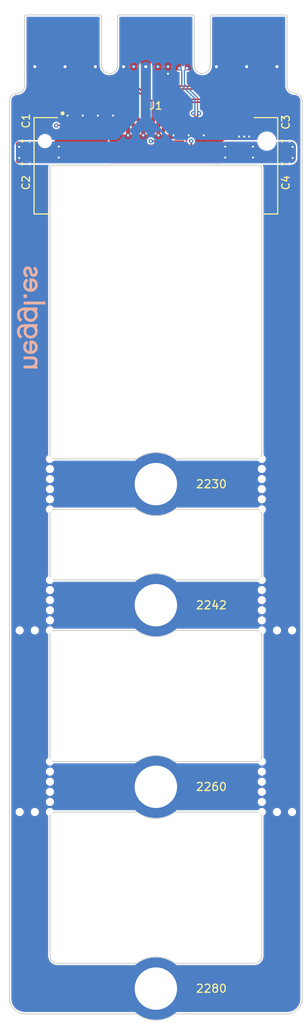
<source format=kicad_pcb>
(kicad_pcb (version 20171130) (host pcbnew 5.1.5+dfsg1-2build2)
  (layers (0 F.Cu signal) (1 In1.Cu signal) (2 In2.Cu signal) (31 B.Cu signal) (34 B.Paste user) (35 F.Paste user) (36 B.SilkS user) (37 F.SilkS user) (38 B.Mask user) (39 F.Mask user) (44 Edge.Cuts user))
  (net 0 "")
  (net 1 Board_1-+3V3)
  (net 2 Board_1-/PER0_N)
  (net 3 Board_1-/PER0_P)
  (net 4 Board_1-/PER1_N)
  (net 5 Board_1-/PER1_P)
  (net 6 Board_1-/PET0_N)
  (net 7 Board_1-/PET0_P)
  (net 8 Board_1-/PET1_N)
  (net 9 Board_1-/PET1_P)
  (net 10 Board_1-/REFCLK+)
  (net 11 Board_1-/REFCLK-)
  (net 12 Board_1-/~CLK_REQ)
  (net 13 Board_1-/~INS)
  (net 14 Board_1-/~PERST)
  (net 15 Board_1-GND)
  (module Capacitor_SMD:C_0402_1005Metric_Pad0.74x0.62mm_HandSolder (layer F.Cu) (at 137.125 62.5 90)
    (fp_text reference C1 (at 2 0 90) (layer F.SilkS) (effects (font (size 0.75 0.75) (thickness 0.127))))
    (fp_text value 0.1u)
    (pad 1 smd roundrect (at -0.5675 0 90) (size 0.735 0.62) (layers F.Cu F.Paste F.Mask) (net 1 Board_1-+3V3))
    (pad 2 smd roundrect (at 0.5675 0 90) (size 0.735 0.62) (layers F.Cu F.Paste F.Mask) (net 15 Board_1-GND))
  )
  (module Capacitor_SMD:C_0402_1005Metric_Pad0.74x0.62mm_HandSolder (layer F.Cu) (at 162.875 62.5 90)
    (fp_text reference C3 (at 1.875 0 90) (layer F.SilkS) (effects (font (size 0.75 0.75) (thickness 0.127))))
    (fp_text value 0.1u)
    (pad 1 smd roundrect (at -0.5675 0 90) (size 0.735 0.62) (layers F.Cu F.Paste F.Mask) (net 1 Board_1-+3V3))
    (pad 2 smd roundrect (at 0.5675 0 90) (size 0.735 0.62) (layers F.Cu F.Paste F.Mask) (net 15 Board_1-GND))
  )
  (module Capacitor_SMD:C_0402_1005Metric_Pad0.74x0.62mm_HandSolder (layer F.Cu) (at 137.125 64.75 270)
    (fp_text reference C2 (at 1.875 0 90) (layer F.SilkS) (effects (font (size 0.75 0.75) (thickness 0.127))))
    (fp_text value 10u)
    (pad 1 smd roundrect (at -0.5675 0 270) (size 0.735 0.62) (layers F.Cu F.Paste F.Mask) (net 1 Board_1-+3V3))
    (pad 2 smd roundrect (at 0.5675 0 270) (size 0.735 0.62) (layers F.Cu F.Paste F.Mask) (net 15 Board_1-GND))
  )
  (module Capacitor_SMD:C_0402_1005Metric_Pad0.74x0.62mm_HandSolder (layer F.Cu) (at 162.875 64.75 270)
    (fp_text reference C4 (at 1.875 0 90) (layer F.SilkS) (effects (font (size 0.75 0.75) (thickness 0.127))))
    (fp_text value 10u)
    (pad 1 smd roundrect (at -0.5675 0 270) (size 0.735 0.62) (layers F.Cu F.Paste F.Mask) (net 1 Board_1-+3V3))
    (pad 2 smd roundrect (at 0.5675 0 270) (size 0.735 0.62) (layers F.Cu F.Paste F.Mask) (net 15 Board_1-GND))
  )
  (module 10-My-Footprints:AMP_MDT180xxx001_NGFF-KeyM (layer F.Cu) (at 150 62.5)
    (fp_text reference J1 (at 0 -3.5) (layer F.SilkS) (effects (font (size 0.75 0.75) (thickness 0.127))))
    (fp_text value "M.2 NGFF")
    (pad "" np_thru_hole circle (at -11 0) (size 1.1 1.1) (drill 1.1) (layers *.Cu *.Mask))
    (pad "" np_thru_hole circle (at 11 0) (size 1.6 1.6) (drill 1.6) (layers *.Cu *.Mask))
    (pad 1 smd rect (at -9.25 -1.55) (size 0.3 1.5) (layers F.Cu F.Paste F.Mask) (net 13 Board_1-/~INS))
    (pad MP smd rect (at -11.385 4.97) (size 1.2 2.75) (layers F.Cu F.Paste F.Mask) (net 15 Board_1-GND))
    (pad MP smd rect (at 11.385 4.97) (size 1.2 2.75) (layers F.Cu F.Paste F.Mask) (net 15 Board_1-GND))
    (pad 3 smd rect (at -8.75 -1.55) (size 0.3 1.5) (layers F.Cu F.Paste F.Mask) (net 15 Board_1-GND))
    (pad 5 smd rect (at -8.25 -1.55) (size 0.3 1.5) (layers F.Cu F.Paste F.Mask))
    (pad 7 smd rect (at -7.75 -1.55) (size 0.3 1.5) (layers F.Cu F.Paste F.Mask))
    (pad 9 smd rect (at -7.25 -1.55) (size 0.3 1.5) (layers F.Cu F.Paste F.Mask) (net 15 Board_1-GND))
    (pad 11 smd rect (at -6.75 -1.55) (size 0.3 1.5) (layers F.Cu F.Paste F.Mask))
    (pad 13 smd rect (at -6.25 -1.55) (size 0.3 1.5) (layers F.Cu F.Paste F.Mask))
    (pad 15 smd rect (at -5.75 -1.55) (size 0.3 1.5) (layers F.Cu F.Paste F.Mask) (net 15 Board_1-GND))
    (pad 17 smd rect (at -5.25 -1.55) (size 0.3 1.5) (layers F.Cu F.Paste F.Mask))
    (pad 19 smd rect (at -4.75 -1.55) (size 0.3 1.5) (layers F.Cu F.Paste F.Mask))
    (pad 21 smd rect (at -4.25 -1.55) (size 0.3 1.5) (layers F.Cu F.Paste F.Mask) (net 15 Board_1-GND))
    (pad 23 smd rect (at -3.75 -1.55) (size 0.3 1.5) (layers F.Cu F.Paste F.Mask))
    (pad 25 smd rect (at -3.25 -1.55) (size 0.3 1.5) (layers F.Cu F.Paste F.Mask))
    (pad 27 smd rect (at -2.75 -1.55) (size 0.3 1.5) (layers F.Cu F.Paste F.Mask) (net 15 Board_1-GND))
    (pad 29 smd rect (at -2.25 -1.55) (size 0.3 1.5) (layers F.Cu F.Paste F.Mask) (net 4 Board_1-/PER1_N))
    (pad 31 smd rect (at -1.75 -1.55) (size 0.3 1.5) (layers F.Cu F.Paste F.Mask) (net 5 Board_1-/PER1_P))
    (pad 33 smd rect (at -1.25 -1.55) (size 0.3 1.5) (layers F.Cu F.Paste F.Mask) (net 15 Board_1-GND))
    (pad 35 smd rect (at -0.75 -1.55) (size 0.3 1.5) (layers F.Cu F.Paste F.Mask) (net 8 Board_1-/PET1_N))
    (pad 37 smd rect (at -0.25 -1.55) (size 0.3 1.5) (layers F.Cu F.Paste F.Mask) (net 9 Board_1-/PET1_P))
    (pad 39 smd rect (at 0.25 -1.55) (size 0.3 1.5) (layers F.Cu F.Paste F.Mask) (net 15 Board_1-GND))
    (pad 41 smd rect (at 0.75 -1.55) (size 0.3 1.5) (layers F.Cu F.Paste F.Mask) (net 2 Board_1-/PER0_N))
    (pad 43 smd rect (at 1.25 -1.55) (size 0.3 1.5) (layers F.Cu F.Paste F.Mask) (net 3 Board_1-/PER0_P))
    (pad 45 smd rect (at 1.75 -1.55) (size 0.3 1.5) (layers F.Cu F.Paste F.Mask) (net 15 Board_1-GND))
    (pad 47 smd rect (at 2.25 -1.55) (size 0.3 1.5) (layers F.Cu F.Paste F.Mask) (net 6 Board_1-/PET0_N))
    (pad 49 smd rect (at 2.75 -1.55) (size 0.3 1.5) (layers F.Cu F.Paste F.Mask) (net 7 Board_1-/PET0_P))
    (pad 51 smd rect (at 3.25 -1.55) (size 0.3 1.5) (layers F.Cu F.Paste F.Mask) (net 15 Board_1-GND))
    (pad 53 smd rect (at 3.75 -1.55) (size 0.3 1.5) (layers F.Cu F.Paste F.Mask) (net 11 Board_1-/REFCLK-))
    (pad 55 smd rect (at 4.25 -1.55) (size 0.3 1.5) (layers F.Cu F.Paste F.Mask) (net 10 Board_1-/REFCLK+))
    (pad 57 smd rect (at 4.75 -1.55) (size 0.3 1.5) (layers F.Cu F.Paste F.Mask) (net 15 Board_1-GND))
    (pad 67 smd rect (at 7.25 -1.55) (size 0.3 1.5) (layers F.Cu F.Paste F.Mask))
    (pad 69 smd rect (at 7.75 -1.55) (size 0.3 1.5) (layers F.Cu F.Paste F.Mask))
    (pad 71 smd rect (at 8.25 -1.55) (size 0.3 1.5) (layers F.Cu F.Paste F.Mask) (net 15 Board_1-GND))
    (pad 73 smd rect (at 8.75 -1.55) (size 0.3 1.5) (layers F.Cu F.Paste F.Mask) (net 15 Board_1-GND))
    (pad 75 smd rect (at 9.25 -1.55) (size 0.3 1.5) (layers F.Cu F.Paste F.Mask) (net 15 Board_1-GND))
    (pad 2 smd rect (at -9 1.09) (size 0.3 1.5) (layers F.Cu F.Paste F.Mask) (net 1 Board_1-+3V3))
    (pad 4 smd rect (at -8.5 1.09) (size 0.3 1.5) (layers F.Cu F.Paste F.Mask) (net 1 Board_1-+3V3))
    (pad 6 smd rect (at -8 1.09) (size 0.3 1.5) (layers F.Cu F.Paste F.Mask))
    (pad 8 smd rect (at -7.5 1.09) (size 0.3 1.5) (layers F.Cu F.Paste F.Mask))
    (pad 10 smd rect (at -7 1.09) (size 0.3 1.5) (layers F.Cu F.Paste F.Mask))
    (pad 12 smd rect (at -6.5 1.09) (size 0.3 1.5) (layers F.Cu F.Paste F.Mask) (net 1 Board_1-+3V3))
    (pad 14 smd rect (at -6 1.09) (size 0.3 1.5) (layers F.Cu F.Paste F.Mask) (net 1 Board_1-+3V3))
    (pad 16 smd rect (at -5.5 1.09) (size 0.3 1.5) (layers F.Cu F.Paste F.Mask) (net 1 Board_1-+3V3))
    (pad 18 smd rect (at -5 1.09) (size 0.3 1.5) (layers F.Cu F.Paste F.Mask) (net 1 Board_1-+3V3))
    (pad 20 smd rect (at -4.5 1.09) (size 0.3 1.5) (layers F.Cu F.Paste F.Mask))
    (pad 22 smd rect (at -4 1.09) (size 0.3 1.5) (layers F.Cu F.Paste F.Mask))
    (pad 24 smd rect (at -3.5 1.09) (size 0.3 1.5) (layers F.Cu F.Paste F.Mask))
    (pad 26 smd rect (at -3 1.09) (size 0.3 1.5) (layers F.Cu F.Paste F.Mask))
    (pad 28 smd rect (at -2.5 1.09) (size 0.3 1.5) (layers F.Cu F.Paste F.Mask))
    (pad 30 smd rect (at -2 1.09) (size 0.3 1.5) (layers F.Cu F.Paste F.Mask))
    (pad 32 smd rect (at -1.5 1.09) (size 0.3 1.5) (layers F.Cu F.Paste F.Mask))
    (pad 34 smd rect (at -1 1.09) (size 0.3 1.5) (layers F.Cu F.Paste F.Mask))
    (pad 36 smd rect (at -0.5 1.09) (size 0.3 1.5) (layers F.Cu F.Paste F.Mask))
    (pad 38 smd rect (at 0 1.09) (size 0.3 1.5) (layers F.Cu F.Paste F.Mask))
    (pad 40 smd rect (at 0.5 1.09) (size 0.3 1.5) (layers F.Cu F.Paste F.Mask))
    (pad 42 smd rect (at 1 1.09) (size 0.3 1.5) (layers F.Cu F.Paste F.Mask))
    (pad 44 smd rect (at 1.5 1.09) (size 0.3 1.5) (layers F.Cu F.Paste F.Mask))
    (pad 46 smd rect (at 2 1.09) (size 0.3 1.5) (layers F.Cu F.Paste F.Mask))
    (pad 48 smd rect (at 2.5 1.09) (size 0.3 1.5) (layers F.Cu F.Paste F.Mask))
    (pad 50 smd rect (at 3 1.09) (size 0.3 1.5) (layers F.Cu F.Paste F.Mask) (net 14 Board_1-/~PERST))
    (pad 52 smd rect (at 3.5 1.09) (size 0.3 1.5) (layers F.Cu F.Paste F.Mask) (net 12 Board_1-/~CLK_REQ))
    (pad 54 smd rect (at 4 1.09) (size 0.3 1.5) (layers F.Cu F.Paste F.Mask))
    (pad 56 smd rect (at 4.5 1.09) (size 0.3 1.5) (layers F.Cu F.Paste F.Mask))
    (pad 58 smd rect (at 5 1.09) (size 0.3 1.5) (layers F.Cu F.Paste F.Mask))
    (pad 68 smd rect (at 7.5 1.09) (size 0.3 1.5) (layers F.Cu F.Paste F.Mask))
    (pad 70 smd rect (at 8 1.09) (size 0.3 1.5) (layers F.Cu F.Paste F.Mask) (net 1 Board_1-+3V3))
    (pad 72 smd rect (at 8.5 1.09) (size 0.3 1.5) (layers F.Cu F.Paste F.Mask) (net 1 Board_1-+3V3))
    (pad 74 smd rect (at 9 1.09) (size 0.3 1.5) (layers F.Cu F.Paste F.Mask) (net 1 Board_1-+3V3))
  )
  (module 11-My-Edits:CFExpress_Media (layer F.Cu) (at 137 57)
    (fp_text reference PC1 hide)
    (fp_text value CFexpress)
    (pad 21 connect rect (at 25 -4) (size 0.7 5.5) (layers F.Cu F.Mask) (net 15 Board_1-GND))
    (pad 19 connect rect (at 23 -4) (size 0.7 5) (layers F.Cu F.Mask) (net 6 Board_1-/PET0_N))
    (pad 18 connect rect (at 22 -4) (size 0.7 5.5) (layers F.Cu F.Mask) (net 15 Board_1-GND))
    (pad 17 connect rect (at 21 -4) (size 0.7 5) (layers F.Cu F.Mask) (net 3 Board_1-/PER0_P))
    (pad 16 connect rect (at 20 -4) (size 0.7 5) (layers F.Cu F.Mask) (net 2 Board_1-/PER0_N))
    (pad 15 connect rect (at 19 -4) (size 0.7 5.5) (layers F.Cu F.Mask) (net 15 Board_1-GND))
    (pad 14 connect rect (at 16.2 -4) (size 0.7 5) (layers F.Cu F.Mask) (net 10 Board_1-/REFCLK+))
    (pad 13 connect rect (at 15.2 -4) (size 0.7 5) (layers F.Cu F.Mask) (net 11 Board_1-/REFCLK-))
    (pad 12 connect rect (at 14.2 -4) (size 0.7 5) (layers F.Cu F.Mask) (net 13 Board_1-/~INS))
    (pad 11 connect rect (at 13.2 -4) (size 0.7 5) (layers F.Cu F.Mask) (net 12 Board_1-/~CLK_REQ))
    (pad 10 connect rect (at 12 -4) (size 1 5.5) (layers F.Cu F.Mask) (net 1 Board_1-+3V3))
    (pad 9 connect rect (at 10.8 -4) (size 0.7 5) (layers F.Cu F.Mask) (net 14 Board_1-/~PERST))
    (pad 8 connect rect (at 9.8 -4) (size 0.7 5) (layers F.Cu F.Mask) (net 15 Board_1-GND))
    (pad 7 connect rect (at 7 -4) (size 0.7 5.5) (layers F.Cu F.Mask) (net 15 Board_1-GND))
    (pad 6 connect rect (at 6 -4) (size 0.7 5) (layers F.Cu F.Mask) (net 9 Board_1-/PET1_P))
    (pad 5 connect rect (at 5 -4) (size 0.7 5) (layers F.Cu F.Mask) (net 8 Board_1-/PET1_N))
    (pad 4 connect rect (at 4 -4) (size 0.7 5) (layers F.Cu F.Mask) (net 15 Board_1-GND))
    (pad 3 connect rect (at 3 -4) (size 0.7 5) (layers F.Cu F.Mask) (net 5 Board_1-/PER1_P))
    (pad 2 connect rect (at 2 -4) (size 0.7 5) (layers F.Cu F.Mask) (net 4 Board_1-/PER1_N))
    (pad 1 connect rect (at 1 -4) (size 0.7 5.5) (layers F.Cu F.Mask) (net 15 Board_1-GND))
    (pad 20 connect rect (at 24 -4) (size 0.7 5) (layers F.Cu F.Mask) (net 7 Board_1-/PET0_P))
  )
  (module 11-My-Edits:MountingHole_NGFF_4.2mm_Pad_TopBottom (layer B.Cu) (at 150 96.5)
    (fp_text reference MP1 hide)
    (fp_text value 2230 (at 5.5 0 unlocked) (layer F.SilkS) (effects (font (size 0.8 0.8) (thickness 0.127))))
    (pad 1 thru_hole circle (at 0 0) (size 6.2 6.2) (drill 4.2) (layers *.Cu *.Mask) (net 15 Board_1-GND))
  )
  (module 11-My-Edits:MountingHole_NGFF_4.2mm_Pad_TopBottom (layer B.Cu) (at 150 108.5)
    (fp_text reference MP2 hide)
    (fp_text value 2242 (at 5.5 0 unlocked) (layer F.SilkS) (effects (font (size 0.8 0.8) (thickness 0.127))))
    (pad 1 thru_hole circle (at 0 0) (size 6.2 6.2) (drill 4.2) (layers *.Cu *.Mask) (net 15 Board_1-GND))
  )
  (module 10-My-Footprints:mousebite (layer F.Cu) (at 160.5 94)
    (fp_text reference REF** hide)
    (fp_text value mousebite hide)
    (pad "" np_thru_hole circle (at 0 0) (size 0.5 0.5) (drill 0.5) (layers *.Cu *.Mask) (clearance 0.001))
  )
  (module 10-My-Footprints:mousebite (layer F.Cu) (at 160.5 95)
    (fp_text reference REF** hide)
    (fp_text value mousebite hide)
    (pad "" np_thru_hole circle (at 0 0) (size 0.5 0.5) (drill 0.5) (layers *.Cu *.Mask) (clearance 0.001))
  )
  (module 10-My-Footprints:mousebite (layer F.Cu) (at 160.5 97)
    (fp_text reference REF** hide)
    (fp_text value mousebite hide)
    (pad "" np_thru_hole circle (at 0 0) (size 0.5 0.5) (drill 0.5) (layers *.Cu *.Mask) (clearance 0.001))
  )
  (module 10-My-Footprints:mousebite (layer F.Cu) (at 160.5 98)
    (fp_text reference REF** hide)
    (fp_text value mousebite hide)
    (pad "" np_thru_hole circle (at 0 0) (size 0.5 0.5) (drill 0.5) (layers *.Cu *.Mask) (clearance 0.001))
  )
  (module 10-My-Footprints:mousebite (layer F.Cu) (at 160.5 99)
    (fp_text reference REF** hide)
    (fp_text value mousebite hide)
    (pad "" np_thru_hole circle (at 0 0) (size 0.5 0.5) (drill 0.5) (layers *.Cu *.Mask) (clearance 0.001))
  )
  (module 10-My-Footprints:mousebite (layer F.Cu) (at 160.5 96)
    (fp_text reference REF** hide)
    (fp_text value mousebite hide)
    (pad "" np_thru_hole circle (at 0 0) (size 0.5 0.5) (drill 0.5) (layers *.Cu *.Mask) (clearance 0.001))
  )
  (module 10-My-Footprints:mousebite (layer F.Cu) (at 139.5 94)
    (fp_text reference REF** hide)
    (fp_text value mousebite hide)
    (pad "" np_thru_hole circle (at 0 0) (size 0.5 0.5) (drill 0.5) (layers *.Cu *.Mask) (clearance 0.001))
  )
  (module 10-My-Footprints:mousebite (layer F.Cu) (at 139.5 95)
    (fp_text reference REF** hide)
    (fp_text value mousebite hide)
    (pad "" np_thru_hole circle (at 0 0) (size 0.5 0.5) (drill 0.5) (layers *.Cu *.Mask) (clearance 0.001))
  )
  (module 10-My-Footprints:mousebite (layer F.Cu) (at 139.5 98)
    (fp_text reference REF** hide)
    (fp_text value mousebite hide)
    (pad "" np_thru_hole circle (at 0 0) (size 0.5 0.5) (drill 0.5) (layers *.Cu *.Mask) (clearance 0.001))
  )
  (module 10-My-Footprints:mousebite (layer F.Cu) (at 139.5 96)
    (fp_text reference REF** hide)
    (fp_text value mousebite hide)
    (pad "" np_thru_hole circle (at 0 0) (size 0.5 0.5) (drill 0.5) (layers *.Cu *.Mask) (clearance 0.001))
  )
  (module 10-My-Footprints:mousebite (layer F.Cu) (at 139.5 99)
    (fp_text reference REF** hide)
    (fp_text value mousebite hide)
    (pad "" np_thru_hole circle (at 0 0) (size 0.5 0.5) (drill 0.5) (layers *.Cu *.Mask) (clearance 0.001))
  )
  (module 10-My-Footprints:mousebite (layer F.Cu) (at 139.5 97)
    (fp_text reference REF** hide)
    (fp_text value mousebite hide)
    (pad "" np_thru_hole circle (at 0 0) (size 0.5 0.5) (drill 0.5) (layers *.Cu *.Mask) (clearance 0.001))
  )
  (module 11-My-Edits:SolderJumper-2_P0.6mm_Open_RoundedPad1.0x1.5mm (layer F.Cu) (at 151.2 55.5 90)
    (fp_text reference JP1 hide)
    (fp_text value F_INS)
    (pad 2 smd custom (at 0.25 0 90) (size 0.4 0.3) (layers F.Cu F.Mask) (net 13 Board_1-/~INS) (options (clearance outline) (anchor rect)) (primitives (gr_circle (center 0 0.15) (end 0.2 0.15) (width 0)) (gr_circle (center 0 -0.15) (end 0.2 -0.15) (width 0)) (gr_poly (pts (xy 0 -0.35) (xy -0.25 -0.35) (xy -0.25 0.35) (xy 0 0.35)) (width 0))))
    (pad 1 smd custom (at -0.35 0 270) (size 0.4 0.3) (layers F.Cu F.Mask) (net 15 Board_1-GND) (options (clearance outline) (anchor rect)) (primitives (gr_circle (center 0 0.15) (end 0.2 0.15) (width 0)) (gr_circle (center 0 -0.15) (end 0.2 -0.15) (width 0)) (gr_poly (pts (xy 0 -0.35) (xy -0.25 -0.35) (xy -0.25 0.35) (xy 0 0.35)) (width 0))))
  )
  (module 10-My-Footprints:mousebite (layer F.Cu) (at 160.5 124)
    (fp_text reference REF** hide)
    (fp_text value mousebite hide)
    (pad "" np_thru_hole circle (at 0 0) (size 0.5 0.5) (drill 0.5) (layers *.Cu *.Mask) (clearance 0.001))
  )
  (module 10-My-Footprints:mousebite (layer F.Cu) (at 160.5 126)
    (fp_text reference REF** hide)
    (fp_text value mousebite hide)
    (pad "" np_thru_hole circle (at 0 0) (size 0.5 0.5) (drill 0.5) (layers *.Cu *.Mask) (clearance 0.001))
  )
  (module 10-My-Footprints:mousebite (layer F.Cu) (at 139.5 124)
    (fp_text reference REF** hide)
    (fp_text value mousebite hide)
    (pad "" np_thru_hole circle (at 0 0) (size 0.5 0.5) (drill 0.5) (layers *.Cu *.Mask) (clearance 0.001))
  )
  (module 10-My-Footprints:mousebite (layer F.Cu) (at 160.5 129)
    (fp_text reference REF** hide)
    (fp_text value mousebite hide)
    (pad "" np_thru_hole circle (at 0 0) (size 0.5 0.5) (drill 0.5) (layers *.Cu *.Mask) (clearance 0.001))
  )
  (module 10-My-Footprints:mousebite (layer F.Cu) (at 160.5 128)
    (fp_text reference REF** hide)
    (fp_text value mousebite hide)
    (pad "" np_thru_hole circle (at 0 0) (size 0.5 0.5) (drill 0.5) (layers *.Cu *.Mask) (clearance 0.001))
  )
  (module 10-My-Footprints:mousebite (layer F.Cu) (at 160.5 125)
    (fp_text reference REF** hide)
    (fp_text value mousebite hide)
    (pad "" np_thru_hole circle (at 0 0) (size 0.5 0.5) (drill 0.5) (layers *.Cu *.Mask) (clearance 0.001))
  )
  (module 10-My-Footprints:mousebite (layer F.Cu) (at 139.5 127)
    (fp_text reference REF** hide)
    (fp_text value mousebite hide)
    (pad "" np_thru_hole circle (at 0 0) (size 0.5 0.5) (drill 0.5) (layers *.Cu *.Mask) (clearance 0.001))
  )
  (module 10-My-Footprints:mousebite (layer F.Cu) (at 139.5 126)
    (fp_text reference REF** hide)
    (fp_text value mousebite hide)
    (pad "" np_thru_hole circle (at 0 0) (size 0.5 0.5) (drill 0.5) (layers *.Cu *.Mask) (clearance 0.001))
  )
  (module 11-My-Edits:MountingHole_NGFF_4.2mm_Pad_TopBottom (layer B.Cu) (at 150 126.5)
    (fp_text reference MP1 hide)
    (fp_text value 2260 (at 5.5 0 unlocked) (layer F.SilkS) (effects (font (size 0.8 0.8) (thickness 0.127))))
    (pad 1 thru_hole circle (at 0 0) (size 6.2 6.2) (drill 4.2) (layers *.Cu *.Mask) (net 15 Board_1-GND))
  )
  (module 10-My-Footprints:mousebite (layer F.Cu) (at 139.5 128)
    (fp_text reference REF** hide)
    (fp_text value mousebite hide)
    (pad "" np_thru_hole circle (at 0 0) (size 0.5 0.5) (drill 0.5) (layers *.Cu *.Mask) (clearance 0.001))
  )
  (module 10-My-Footprints:mousebite (layer F.Cu) (at 139.5 129)
    (fp_text reference REF** hide)
    (fp_text value mousebite hide)
    (pad "" np_thru_hole circle (at 0 0) (size 0.5 0.5) (drill 0.5) (layers *.Cu *.Mask) (clearance 0.001))
  )
  (module 10-My-Footprints:mousebite (layer F.Cu) (at 160.5 127)
    (fp_text reference REF** hide)
    (fp_text value mousebite hide)
    (pad "" np_thru_hole circle (at 0 0) (size 0.5 0.5) (drill 0.5) (layers *.Cu *.Mask) (clearance 0.001))
  )
  (module 10-My-Footprints:mousebite (layer F.Cu) (at 139.5 125)
    (fp_text reference REF** hide)
    (fp_text value mousebite hide)
    (pad "" np_thru_hole circle (at 0 0) (size 0.5 0.5) (drill 0.5) (layers *.Cu *.Mask) (clearance 0.001))
  )
  (module 11-My-Edits:MountingHole_NGFF_4.2mm_Pad_TopBottom (layer B.Cu) (at 150 146.5)
    (fp_text reference MP1 hide)
    (fp_text value 2280 (at 5.5 0 unlocked) (layer F.SilkS) (effects (font (size 0.8 0.8) (thickness 0.127))))
    (pad 1 thru_hole circle (at 0 0) (size 6.2 6.2) (drill 4.2) (layers *.Cu *.Mask) (net 15 Board_1-GND))
  )
  (module 10-My-Footprints:mousebite (layer F.Cu) (at 160.5 106)
    (fp_text reference REF** hide)
    (fp_text value mousebite hide)
    (pad "" np_thru_hole circle (at 0 0) (size 0.5 0.5) (drill 0.5) (layers *.Cu *.Mask) (clearance 0.001))
  )
  (module 10-My-Footprints:mousebite (layer F.Cu) (at 160.5 108)
    (fp_text reference REF** hide)
    (fp_text value mousebite hide)
    (pad "" np_thru_hole circle (at 0 0) (size 0.5 0.5) (drill 0.5) (layers *.Cu *.Mask) (clearance 0.001))
  )
  (module 10-My-Footprints:mousebite (layer F.Cu) (at 139.5 106)
    (fp_text reference REF** hide)
    (fp_text value mousebite hide)
    (pad "" np_thru_hole circle (at 0 0) (size 0.5 0.5) (drill 0.5) (layers *.Cu *.Mask) (clearance 0.001))
  )
  (module 10-My-Footprints:mousebite (layer F.Cu) (at 160.5 110)
    (fp_text reference REF** hide)
    (fp_text value mousebite hide)
    (pad "" np_thru_hole circle (at 0 0) (size 0.5 0.5) (drill 0.5) (layers *.Cu *.Mask) (clearance 0.001))
  )
  (module 10-My-Footprints:mousebite (layer F.Cu) (at 160.5 107)
    (fp_text reference REF** hide)
    (fp_text value mousebite hide)
    (pad "" np_thru_hole circle (at 0 0) (size 0.5 0.5) (drill 0.5) (layers *.Cu *.Mask) (clearance 0.001))
  )
  (module 10-My-Footprints:mousebite (layer F.Cu) (at 139.5 109)
    (fp_text reference REF** hide)
    (fp_text value mousebite hide)
    (pad "" np_thru_hole circle (at 0 0) (size 0.5 0.5) (drill 0.5) (layers *.Cu *.Mask) (clearance 0.001))
  )
  (module 10-My-Footprints:mousebite (layer F.Cu) (at 139.5 108)
    (fp_text reference REF** hide)
    (fp_text value mousebite hide)
    (pad "" np_thru_hole circle (at 0 0) (size 0.5 0.5) (drill 0.5) (layers *.Cu *.Mask) (clearance 0.001))
  )
  (module 10-My-Footprints:mousebite (layer F.Cu) (at 139.5 110)
    (fp_text reference REF** hide)
    (fp_text value mousebite hide)
    (pad "" np_thru_hole circle (at 0 0) (size 0.5 0.5) (drill 0.5) (layers *.Cu *.Mask) (clearance 0.001))
  )
  (module 10-My-Footprints:mousebite (layer F.Cu) (at 139.5 111)
    (fp_text reference REF** hide)
    (fp_text value mousebite hide)
    (pad "" np_thru_hole circle (at 0 0) (size 0.5 0.5) (drill 0.5) (layers *.Cu *.Mask) (clearance 0.001))
  )
  (module 10-My-Footprints:mousebite (layer F.Cu) (at 160.5 109)
    (fp_text reference REF** hide)
    (fp_text value mousebite hide)
    (pad "" np_thru_hole circle (at 0 0) (size 0.5 0.5) (drill 0.5) (layers *.Cu *.Mask) (clearance 0.001))
  )
  (module 10-My-Footprints:mousebite (layer F.Cu) (at 139.5 107)
    (fp_text reference REF** hide)
    (fp_text value mousebite hide)
    (pad "" np_thru_hole circle (at 0 0) (size 0.5 0.5) (drill 0.5) (layers *.Cu *.Mask) (clearance 0.001))
  )
  (module 10-My-Footprints:mousebite (layer F.Cu) (at 162 111 90)
    (fp_text reference REF** hide)
    (fp_text value mousebite hide)
    (pad "" np_thru_hole circle (at 0 0 90) (size 0.5 0.5) (drill 0.5) (layers *.Cu *.Mask) (clearance 0.001))
  )
  (module 10-My-Footprints:mousebite (layer F.Cu) (at 160.5 111 90)
    (fp_text reference REF** hide)
    (fp_text value mousebite hide)
    (pad "" np_thru_hole circle (at 0 0 90) (size 0.5 0.5) (drill 0.5) (layers *.Cu *.Mask) (clearance 0.001))
  )
  (module 10-My-Footprints:mousebite (layer F.Cu) (at 163.5 111 90)
    (fp_text reference REF** hide)
    (fp_text value mousebite hide)
    (pad "" np_thru_hole circle (at 0 0 90) (size 0.5 0.5) (drill 0.5) (layers *.Cu *.Mask) (clearance 0.001))
  )
  (module 10-My-Footprints:mousebite (layer F.Cu) (at 138 111 270)
    (fp_text reference REF** hide)
    (fp_text value mousebite hide)
    (pad "" np_thru_hole circle (at 0 0 270) (size 0.5 0.5) (drill 0.5) (layers *.Cu *.Mask) (clearance 0.001))
  )
  (module 10-My-Footprints:mousebite (layer F.Cu) (at 136.5 111 270)
    (fp_text reference REF** hide)
    (fp_text value mousebite hide)
    (pad "" np_thru_hole circle (at 0 0 270) (size 0.5 0.5) (drill 0.5) (layers *.Cu *.Mask) (clearance 0.001))
  )
  (module 10-My-Footprints:mousebite (layer F.Cu) (at 138 129 270)
    (fp_text reference REF** hide)
    (fp_text value mousebite hide)
    (pad "" np_thru_hole circle (at 0 0 270) (size 0.5 0.5) (drill 0.5) (layers *.Cu *.Mask) (clearance 0.001))
  )
  (module 10-My-Footprints:mousebite (layer F.Cu) (at 136.5 129 270)
    (fp_text reference REF** hide)
    (fp_text value mousebite hide)
    (pad "" np_thru_hole circle (at 0 0 270) (size 0.5 0.5) (drill 0.5) (layers *.Cu *.Mask) (clearance 0.001))
  )
  (module 10-My-Footprints:mousebite (layer F.Cu) (at 162 129 270)
    (fp_text reference REF** hide)
    (fp_text value mousebite hide)
    (pad "" np_thru_hole circle (at 0 0 270) (size 0.5 0.5) (drill 0.5) (layers *.Cu *.Mask) (clearance 0.001))
  )
  (module 10-My-Footprints:mousebite (layer F.Cu) (at 163.5 129 270)
    (fp_text reference REF** hide)
    (fp_text value mousebite hide)
    (pad "" np_thru_hole circle (at 0 0 270) (size 0.5 0.5) (drill 0.5) (layers *.Cu *.Mask) (clearance 0.001))
  )
  (module 10-My-Footprints:neggle-logo-0.12 (layer B.Cu) (at 134.8 80 90)
    (fp_text reference SYM1 hide)
    (fp_text value logo hide)
  )
  (gr_line (start 160.499 65.14) (end 160.4976 65.114) (layer Edge.Cuts) (width 0.1))
  (gr_line (start 160.499 93.5) (end 160.499 65.14) (layer Edge.Cuts) (width 0.1))
  (gr_line (start 160.4963 93.5522) (end 160.499 93.5) (layer Edge.Cuts) (width 0.1))
  (gr_line (start 160.4881 93.6037) (end 160.4963 93.5522) (layer Edge.Cuts) (width 0.1))
  (gr_line (start 160.4746 93.6542) (end 160.4881 93.6037) (layer Edge.Cuts) (width 0.1))
  (gr_line (start 160.4559 93.703) (end 160.4746 93.6542) (layer Edge.Cuts) (width 0.1))
  (gr_line (start 160.4321 93.7495) (end 160.4559 93.703) (layer Edge.Cuts) (width 0.1))
  (gr_line (start 160.4037 93.7933) (end 160.4321 93.7495) (layer Edge.Cuts) (width 0.1))
  (gr_line (start 160.3708 93.8339) (end 160.4037 93.7933) (layer Edge.Cuts) (width 0.1))
  (gr_line (start 160.3339 93.8708) (end 160.3708 93.8339) (layer Edge.Cuts) (width 0.1))
  (gr_line (start 160.2933 93.9037) (end 160.3339 93.8708) (layer Edge.Cuts) (width 0.1))
  (gr_line (start 160.2495 93.9321) (end 160.2933 93.9037) (layer Edge.Cuts) (width 0.1))
  (gr_line (start 160.203 93.9559) (end 160.2495 93.9321) (layer Edge.Cuts) (width 0.1))
  (gr_line (start 160.1542 93.9746) (end 160.203 93.9559) (layer Edge.Cuts) (width 0.1))
  (gr_line (start 160.1037 93.9881) (end 160.1542 93.9746) (layer Edge.Cuts) (width 0.1))
  (gr_line (start 160.0522 93.9963) (end 160.1037 93.9881) (layer Edge.Cuts) (width 0.1))
  (gr_line (start 160 93.999) (end 160.0522 93.9963) (layer Edge.Cuts) (width 0.1))
  (gr_line (start 151.9003 93.999) (end 160 93.999) (layer Edge.Cuts) (width 0.1))
  (gr_line (start 151.6191 93.8084) (end 151.9003 93.999) (layer Edge.Cuts) (width 0.1))
  (gr_line (start 151.3187 93.6492) (end 151.6191 93.8084) (layer Edge.Cuts) (width 0.1))
  (gr_line (start 151.0027 93.5233) (end 151.3187 93.6492) (layer Edge.Cuts) (width 0.1))
  (gr_line (start 150.6751 93.4323) (end 151.0027 93.5233) (layer Edge.Cuts) (width 0.1))
  (gr_line (start 150.3396 93.3773) (end 150.6751 93.4323) (layer Edge.Cuts) (width 0.1))
  (gr_line (start 149.9999 93.3589) (end 150.3396 93.3773) (layer Edge.Cuts) (width 0.1))
  (gr_line (start 149.6604 93.3773) (end 149.9999 93.3589) (layer Edge.Cuts) (width 0.1))
  (gr_line (start 149.3249 93.4323) (end 149.6604 93.3773) (layer Edge.Cuts) (width 0.1))
  (gr_line (start 148.9973 93.5233) (end 149.3249 93.4323) (layer Edge.Cuts) (width 0.1))
  (gr_line (start 148.6813 93.6492) (end 148.9973 93.5233) (layer Edge.Cuts) (width 0.1))
  (gr_line (start 148.3809 93.8084) (end 148.6813 93.6492) (layer Edge.Cuts) (width 0.1))
  (gr_line (start 148.0997 93.999) (end 148.3809 93.8084) (layer Edge.Cuts) (width 0.1))
  (gr_line (start 140 93.999) (end 148.0997 93.999) (layer Edge.Cuts) (width 0.1))
  (gr_line (start 139.9478 93.9963) (end 140 93.999) (layer Edge.Cuts) (width 0.1))
  (gr_line (start 139.8963 93.9881) (end 139.9478 93.9963) (layer Edge.Cuts) (width 0.1))
  (gr_line (start 139.8458 93.9746) (end 139.8963 93.9881) (layer Edge.Cuts) (width 0.1))
  (gr_line (start 139.797 93.9559) (end 139.8458 93.9746) (layer Edge.Cuts) (width 0.1))
  (gr_line (start 139.7505 93.9321) (end 139.797 93.9559) (layer Edge.Cuts) (width 0.1))
  (gr_line (start 139.7067 93.9037) (end 139.7505 93.9321) (layer Edge.Cuts) (width 0.1))
  (gr_line (start 139.6661 93.8708) (end 139.7067 93.9037) (layer Edge.Cuts) (width 0.1))
  (gr_line (start 139.6292 93.8339) (end 139.6661 93.8708) (layer Edge.Cuts) (width 0.1))
  (gr_line (start 139.5963 93.7933) (end 139.6292 93.8339) (layer Edge.Cuts) (width 0.1))
  (gr_line (start 139.5679 93.7495) (end 139.5963 93.7933) (layer Edge.Cuts) (width 0.1))
  (gr_line (start 139.5441 93.703) (end 139.5679 93.7495) (layer Edge.Cuts) (width 0.1))
  (gr_line (start 139.5254 93.6542) (end 139.5441 93.703) (layer Edge.Cuts) (width 0.1))
  (gr_line (start 139.5119 93.6037) (end 139.5254 93.6542) (layer Edge.Cuts) (width 0.1))
  (gr_line (start 139.5037 93.5522) (end 139.5119 93.6037) (layer Edge.Cuts) (width 0.1))
  (gr_line (start 139.501 93.5) (end 139.5037 93.5522) (layer Edge.Cuts) (width 0.1))
  (gr_line (start 139.501 65.14) (end 139.501 93.5) (layer Edge.Cuts) (width 0.1))
  (gr_line (start 139.5024 65.114) (end 139.501 65.14) (layer Edge.Cuts) (width 0.1))
  (gr_line (start 139.5064 65.0882) (end 139.5024 65.114) (layer Edge.Cuts) (width 0.1))
  (gr_line (start 139.5132 65.0631) (end 139.5064 65.0882) (layer Edge.Cuts) (width 0.1))
  (gr_line (start 139.5225 65.0387) (end 139.5132 65.0631) (layer Edge.Cuts) (width 0.1))
  (gr_line (start 139.5344 65.0155) (end 139.5225 65.0387) (layer Edge.Cuts) (width 0.1))
  (gr_line (start 139.5486 64.9936) (end 139.5344 65.0155) (layer Edge.Cuts) (width 0.1))
  (gr_line (start 139.565 64.9734) (end 139.5486 64.9936) (layer Edge.Cuts) (width 0.1))
  (gr_line (start 139.5834 64.955) (end 139.565 64.9734) (layer Edge.Cuts) (width 0.1))
  (gr_line (start 139.6036 64.9386) (end 139.5834 64.955) (layer Edge.Cuts) (width 0.1))
  (gr_line (start 139.6255 64.9244) (end 139.6036 64.9386) (layer Edge.Cuts) (width 0.1))
  (gr_line (start 139.6487 64.9125) (end 139.6255 64.9244) (layer Edge.Cuts) (width 0.1))
  (gr_line (start 139.6731 64.9032) (end 139.6487 64.9125) (layer Edge.Cuts) (width 0.1))
  (gr_line (start 139.6982 64.8964) (end 139.6731 64.9032) (layer Edge.Cuts) (width 0.1))
  (gr_line (start 139.724 64.8924) (end 139.6982 64.8964) (layer Edge.Cuts) (width 0.1))
  (gr_line (start 139.75 64.891) (end 139.724 64.8924) (layer Edge.Cuts) (width 0.1))
  (gr_line (start 160.25 64.891) (end 139.75 64.891) (layer Edge.Cuts) (width 0.1))
  (gr_line (start 160.276 64.8924) (end 160.25 64.891) (layer Edge.Cuts) (width 0.1))
  (gr_line (start 160.3018 64.8964) (end 160.276 64.8924) (layer Edge.Cuts) (width 0.1))
  (gr_line (start 160.3269 64.9032) (end 160.3018 64.8964) (layer Edge.Cuts) (width 0.1))
  (gr_line (start 160.3513 64.9125) (end 160.3269 64.9032) (layer Edge.Cuts) (width 0.1))
  (gr_line (start 160.3745 64.9244) (end 160.3513 64.9125) (layer Edge.Cuts) (width 0.1))
  (gr_line (start 160.3964 64.9386) (end 160.3745 64.9244) (layer Edge.Cuts) (width 0.1))
  (gr_line (start 160.4166 64.955) (end 160.3964 64.9386) (layer Edge.Cuts) (width 0.1))
  (gr_line (start 160.435 64.9734) (end 160.4166 64.955) (layer Edge.Cuts) (width 0.1))
  (gr_line (start 160.4514 64.9936) (end 160.435 64.9734) (layer Edge.Cuts) (width 0.1))
  (gr_line (start 160.4656 65.0155) (end 160.4514 64.9936) (layer Edge.Cuts) (width 0.1))
  (gr_line (start 160.4775 65.0387) (end 160.4656 65.0155) (layer Edge.Cuts) (width 0.1))
  (gr_line (start 160.4868 65.0631) (end 160.4775 65.0387) (layer Edge.Cuts) (width 0.1))
  (gr_line (start 160.4936 65.0882) (end 160.4868 65.0631) (layer Edge.Cuts) (width 0.1))
  (gr_line (start 160.4976 65.114) (end 160.4936 65.0882) (layer Edge.Cuts) (width 0.1))
  (gr_line (start 151.9003 111.001) (end 151.6192 111.1916) (layer Edge.Cuts) (width 0.1))
  (gr_line (start 160 111.001) (end 151.9003 111.001) (layer Edge.Cuts) (width 0.1))
  (gr_line (start 160.0522 111.0037) (end 160 111.001) (layer Edge.Cuts) (width 0.1))
  (gr_line (start 160.1037 111.0119) (end 160.0522 111.0037) (layer Edge.Cuts) (width 0.1))
  (gr_line (start 160.1542 111.0254) (end 160.1037 111.0119) (layer Edge.Cuts) (width 0.1))
  (gr_line (start 160.203 111.0441) (end 160.1542 111.0254) (layer Edge.Cuts) (width 0.1))
  (gr_line (start 160.2495 111.0679) (end 160.203 111.0441) (layer Edge.Cuts) (width 0.1))
  (gr_line (start 160.2933 111.0963) (end 160.2495 111.0679) (layer Edge.Cuts) (width 0.1))
  (gr_line (start 160.3339 111.1292) (end 160.2933 111.0963) (layer Edge.Cuts) (width 0.1))
  (gr_line (start 160.3708 111.1661) (end 160.3339 111.1292) (layer Edge.Cuts) (width 0.1))
  (gr_line (start 160.4037 111.2067) (end 160.3708 111.1661) (layer Edge.Cuts) (width 0.1))
  (gr_line (start 160.4321 111.2505) (end 160.4037 111.2067) (layer Edge.Cuts) (width 0.1))
  (gr_line (start 160.4559 111.297) (end 160.4321 111.2505) (layer Edge.Cuts) (width 0.1))
  (gr_line (start 160.4746 111.3458) (end 160.4559 111.297) (layer Edge.Cuts) (width 0.1))
  (gr_line (start 160.4881 111.3963) (end 160.4746 111.3458) (layer Edge.Cuts) (width 0.1))
  (gr_line (start 160.4963 111.4478) (end 160.4881 111.3963) (layer Edge.Cuts) (width 0.1))
  (gr_line (start 160.499 111.5) (end 160.4963 111.4478) (layer Edge.Cuts) (width 0.1))
  (gr_line (start 160.499 123.5) (end 160.499 111.5) (layer Edge.Cuts) (width 0.1))
  (gr_line (start 160.4963 123.5522) (end 160.499 123.5) (layer Edge.Cuts) (width 0.1))
  (gr_line (start 160.4881 123.6037) (end 160.4963 123.5522) (layer Edge.Cuts) (width 0.1))
  (gr_line (start 160.4746 123.6542) (end 160.4881 123.6037) (layer Edge.Cuts) (width 0.1))
  (gr_line (start 160.4559 123.703) (end 160.4746 123.6542) (layer Edge.Cuts) (width 0.1))
  (gr_line (start 160.4321 123.7495) (end 160.4559 123.703) (layer Edge.Cuts) (width 0.1))
  (gr_line (start 160.4037 123.7933) (end 160.4321 123.7495) (layer Edge.Cuts) (width 0.1))
  (gr_line (start 160.3708 123.8339) (end 160.4037 123.7933) (layer Edge.Cuts) (width 0.1))
  (gr_line (start 160.3339 123.8708) (end 160.3708 123.8339) (layer Edge.Cuts) (width 0.1))
  (gr_line (start 160.2933 123.9037) (end 160.3339 123.8708) (layer Edge.Cuts) (width 0.1))
  (gr_line (start 160.2495 123.9321) (end 160.2933 123.9037) (layer Edge.Cuts) (width 0.1))
  (gr_line (start 160.203 123.9559) (end 160.2495 123.9321) (layer Edge.Cuts) (width 0.1))
  (gr_line (start 160.1542 123.9746) (end 160.203 123.9559) (layer Edge.Cuts) (width 0.1))
  (gr_line (start 160.1037 123.9881) (end 160.1542 123.9746) (layer Edge.Cuts) (width 0.1))
  (gr_line (start 160.0522 123.9963) (end 160.1037 123.9881) (layer Edge.Cuts) (width 0.1))
  (gr_line (start 160 123.999) (end 160.0522 123.9963) (layer Edge.Cuts) (width 0.1))
  (gr_line (start 151.8503 123.999) (end 160 123.999) (layer Edge.Cuts) (width 0.1))
  (gr_line (start 151.5491 123.802) (end 151.8503 123.999) (layer Edge.Cuts) (width 0.1))
  (gr_line (start 151.227 123.6411) (end 151.5491 123.802) (layer Edge.Cuts) (width 0.1))
  (gr_line (start 150.8883 123.5185) (end 151.227 123.6411) (layer Edge.Cuts) (width 0.1))
  (gr_line (start 150.5378 123.4358) (end 150.8883 123.5185) (layer Edge.Cuts) (width 0.1))
  (gr_line (start 150.18 123.3942) (end 150.5378 123.4358) (layer Edge.Cuts) (width 0.1))
  (gr_line (start 149.82 123.3942) (end 150.18 123.3942) (layer Edge.Cuts) (width 0.1))
  (gr_line (start 149.4622 123.4358) (end 149.82 123.3942) (layer Edge.Cuts) (width 0.1))
  (gr_line (start 149.1116 123.5185) (end 149.4622 123.4358) (layer Edge.Cuts) (width 0.1))
  (gr_line (start 148.773 123.6411) (end 149.1116 123.5185) (layer Edge.Cuts) (width 0.1))
  (gr_line (start 148.4509 123.802) (end 148.773 123.6411) (layer Edge.Cuts) (width 0.1))
  (gr_line (start 148.1497 123.999) (end 148.4509 123.802) (layer Edge.Cuts) (width 0.1))
  (gr_line (start 140 123.999) (end 148.1497 123.999) (layer Edge.Cuts) (width 0.1))
  (gr_line (start 139.9478 123.9963) (end 140 123.999) (layer Edge.Cuts) (width 0.1))
  (gr_line (start 139.8963 123.9881) (end 139.9478 123.9963) (layer Edge.Cuts) (width 0.1))
  (gr_line (start 139.8458 123.9746) (end 139.8963 123.9881) (layer Edge.Cuts) (width 0.1))
  (gr_line (start 139.797 123.9559) (end 139.8458 123.9746) (layer Edge.Cuts) (width 0.1))
  (gr_line (start 139.7505 123.9321) (end 139.797 123.9559) (layer Edge.Cuts) (width 0.1))
  (gr_line (start 139.7067 123.9037) (end 139.7505 123.9321) (layer Edge.Cuts) (width 0.1))
  (gr_line (start 139.6661 123.8708) (end 139.7067 123.9037) (layer Edge.Cuts) (width 0.1))
  (gr_line (start 139.6292 123.8339) (end 139.6661 123.8708) (layer Edge.Cuts) (width 0.1))
  (gr_line (start 139.5963 123.7933) (end 139.6292 123.8339) (layer Edge.Cuts) (width 0.1))
  (gr_line (start 139.5679 123.7495) (end 139.5963 123.7933) (layer Edge.Cuts) (width 0.1))
  (gr_line (start 139.5441 123.703) (end 139.5679 123.7495) (layer Edge.Cuts) (width 0.1))
  (gr_line (start 139.5254 123.6542) (end 139.5441 123.703) (layer Edge.Cuts) (width 0.1))
  (gr_line (start 139.5119 123.6037) (end 139.5254 123.6542) (layer Edge.Cuts) (width 0.1))
  (gr_line (start 139.5037 123.5522) (end 139.5119 123.6037) (layer Edge.Cuts) (width 0.1))
  (gr_line (start 139.501 123.5) (end 139.5037 123.5522) (layer Edge.Cuts) (width 0.1))
  (gr_line (start 139.501 111.5) (end 139.501 123.5) (layer Edge.Cuts) (width 0.1))
  (gr_line (start 139.5037 111.4478) (end 139.501 111.5) (layer Edge.Cuts) (width 0.1))
  (gr_line (start 139.5119 111.3963) (end 139.5037 111.4478) (layer Edge.Cuts) (width 0.1))
  (gr_line (start 139.5254 111.3458) (end 139.5119 111.3963) (layer Edge.Cuts) (width 0.1))
  (gr_line (start 139.5441 111.297) (end 139.5254 111.3458) (layer Edge.Cuts) (width 0.1))
  (gr_line (start 139.5679 111.2505) (end 139.5441 111.297) (layer Edge.Cuts) (width 0.1))
  (gr_line (start 139.5963 111.2067) (end 139.5679 111.2505) (layer Edge.Cuts) (width 0.1))
  (gr_line (start 139.6292 111.1661) (end 139.5963 111.2067) (layer Edge.Cuts) (width 0.1))
  (gr_line (start 139.6661 111.1292) (end 139.6292 111.1661) (layer Edge.Cuts) (width 0.1))
  (gr_line (start 139.7067 111.0963) (end 139.6661 111.1292) (layer Edge.Cuts) (width 0.1))
  (gr_line (start 139.7505 111.0679) (end 139.7067 111.0963) (layer Edge.Cuts) (width 0.1))
  (gr_line (start 139.797 111.0441) (end 139.7505 111.0679) (layer Edge.Cuts) (width 0.1))
  (gr_line (start 139.8458 111.0254) (end 139.797 111.0441) (layer Edge.Cuts) (width 0.1))
  (gr_line (start 139.8963 111.0119) (end 139.8458 111.0254) (layer Edge.Cuts) (width 0.1))
  (gr_line (start 139.9478 111.0037) (end 139.8963 111.0119) (layer Edge.Cuts) (width 0.1))
  (gr_line (start 140 111.001) (end 139.9478 111.0037) (layer Edge.Cuts) (width 0.1))
  (gr_line (start 148.0997 111.001) (end 140 111.001) (layer Edge.Cuts) (width 0.1))
  (gr_line (start 148.3809 111.1916) (end 148.0997 111.001) (layer Edge.Cuts) (width 0.1))
  (gr_line (start 148.6813 111.3508) (end 148.3809 111.1916) (layer Edge.Cuts) (width 0.1))
  (gr_line (start 148.9973 111.4767) (end 148.6813 111.3508) (layer Edge.Cuts) (width 0.1))
  (gr_line (start 149.3249 111.5677) (end 148.9973 111.4767) (layer Edge.Cuts) (width 0.1))
  (gr_line (start 149.6604 111.6227) (end 149.3249 111.5677) (layer Edge.Cuts) (width 0.1))
  (gr_line (start 149.9999 111.6411) (end 149.6604 111.6227) (layer Edge.Cuts) (width 0.1))
  (gr_line (start 150.3396 111.6227) (end 149.9999 111.6411) (layer Edge.Cuts) (width 0.1))
  (gr_line (start 150.6751 111.5677) (end 150.3396 111.6227) (layer Edge.Cuts) (width 0.1))
  (gr_line (start 151.0027 111.4767) (end 150.6751 111.5677) (layer Edge.Cuts) (width 0.1))
  (gr_line (start 151.3187 111.3508) (end 151.0027 111.4767) (layer Edge.Cuts) (width 0.1))
  (gr_line (start 151.6192 111.1916) (end 151.3187 111.3508) (layer Edge.Cuts) (width 0.1))
  (gr_line (start 148.0997 143.999) (end 148.3808 143.8084) (layer Edge.Cuts) (width 0.1))
  (gr_line (start 140.25 143.999) (end 148.0997 143.999) (layer Edge.Cuts) (width 0.1))
  (gr_line (start 140.1717 143.9949) (end 140.25 143.999) (layer Edge.Cuts) (width 0.1))
  (gr_line (start 140.0943 143.9826) (end 140.1717 143.9949) (layer Edge.Cuts) (width 0.1))
  (gr_line (start 140.0185 143.9623) (end 140.0943 143.9826) (layer Edge.Cuts) (width 0.1))
  (gr_line (start 139.9454 143.9342) (end 140.0185 143.9623) (layer Edge.Cuts) (width 0.1))
  (gr_line (start 139.8755 143.8987) (end 139.9454 143.9342) (layer Edge.Cuts) (width 0.1))
  (gr_line (start 139.8097 143.856) (end 139.8755 143.8987) (layer Edge.Cuts) (width 0.1))
  (gr_line (start 139.7488 143.8066) (end 139.8097 143.856) (layer Edge.Cuts) (width 0.1))
  (gr_line (start 139.6934 143.7512) (end 139.7488 143.8066) (layer Edge.Cuts) (width 0.1))
  (gr_line (start 139.644 143.6903) (end 139.6934 143.7512) (layer Edge.Cuts) (width 0.1))
  (gr_line (start 139.6013 143.6245) (end 139.644 143.6903) (layer Edge.Cuts) (width 0.1))
  (gr_line (start 139.5658 143.5546) (end 139.6013 143.6245) (layer Edge.Cuts) (width 0.1))
  (gr_line (start 139.5377 143.4815) (end 139.5658 143.5546) (layer Edge.Cuts) (width 0.1))
  (gr_line (start 139.5174 143.4057) (end 139.5377 143.4815) (layer Edge.Cuts) (width 0.1))
  (gr_line (start 139.5051 143.3283) (end 139.5174 143.4057) (layer Edge.Cuts) (width 0.1))
  (gr_line (start 139.501 143.25) (end 139.5051 143.3283) (layer Edge.Cuts) (width 0.1))
  (gr_line (start 139.501 129.5) (end 139.501 143.25) (layer Edge.Cuts) (width 0.1))
  (gr_line (start 139.5037 129.4478) (end 139.501 129.5) (layer Edge.Cuts) (width 0.1))
  (gr_line (start 139.5119 129.3963) (end 139.5037 129.4478) (layer Edge.Cuts) (width 0.1))
  (gr_line (start 139.5254 129.3458) (end 139.5119 129.3963) (layer Edge.Cuts) (width 0.1))
  (gr_line (start 139.5441 129.297) (end 139.5254 129.3458) (layer Edge.Cuts) (width 0.1))
  (gr_line (start 139.5679 129.2505) (end 139.5441 129.297) (layer Edge.Cuts) (width 0.1))
  (gr_line (start 139.5963 129.2067) (end 139.5679 129.2505) (layer Edge.Cuts) (width 0.1))
  (gr_line (start 139.6292 129.1661) (end 139.5963 129.2067) (layer Edge.Cuts) (width 0.1))
  (gr_line (start 139.6661 129.1292) (end 139.6292 129.1661) (layer Edge.Cuts) (width 0.1))
  (gr_line (start 139.7067 129.0963) (end 139.6661 129.1292) (layer Edge.Cuts) (width 0.1))
  (gr_line (start 139.7505 129.0679) (end 139.7067 129.0963) (layer Edge.Cuts) (width 0.1))
  (gr_line (start 139.797 129.0441) (end 139.7505 129.0679) (layer Edge.Cuts) (width 0.1))
  (gr_line (start 139.8458 129.0254) (end 139.797 129.0441) (layer Edge.Cuts) (width 0.1))
  (gr_line (start 139.8963 129.0119) (end 139.8458 129.0254) (layer Edge.Cuts) (width 0.1))
  (gr_line (start 139.9478 129.0037) (end 139.8963 129.0119) (layer Edge.Cuts) (width 0.1))
  (gr_line (start 140 129.001) (end 139.9478 129.0037) (layer Edge.Cuts) (width 0.1))
  (gr_line (start 148.0997 129.001) (end 140 129.001) (layer Edge.Cuts) (width 0.1))
  (gr_line (start 148.3809 129.1916) (end 148.0997 129.001) (layer Edge.Cuts) (width 0.1))
  (gr_line (start 148.6813 129.3508) (end 148.3809 129.1916) (layer Edge.Cuts) (width 0.1))
  (gr_line (start 148.9973 129.4767) (end 148.6813 129.3508) (layer Edge.Cuts) (width 0.1))
  (gr_line (start 149.3249 129.5677) (end 148.9973 129.4767) (layer Edge.Cuts) (width 0.1))
  (gr_line (start 149.6604 129.6227) (end 149.3249 129.5677) (layer Edge.Cuts) (width 0.1))
  (gr_line (start 150.0001 129.6411) (end 149.6604 129.6227) (layer Edge.Cuts) (width 0.1))
  (gr_line (start 150.3395 129.6227) (end 150.0001 129.6411) (layer Edge.Cuts) (width 0.1))
  (gr_line (start 150.6751 129.5677) (end 150.3395 129.6227) (layer Edge.Cuts) (width 0.1))
  (gr_line (start 151.0027 129.4767) (end 150.6751 129.5677) (layer Edge.Cuts) (width 0.1))
  (gr_line (start 151.3187 129.3508) (end 151.0027 129.4767) (layer Edge.Cuts) (width 0.1))
  (gr_line (start 151.6191 129.1916) (end 151.3187 129.3508) (layer Edge.Cuts) (width 0.1))
  (gr_line (start 151.9003 129.001) (end 151.6191 129.1916) (layer Edge.Cuts) (width 0.1))
  (gr_line (start 160 129.001) (end 151.9003 129.001) (layer Edge.Cuts) (width 0.1))
  (gr_line (start 160.0522 129.0037) (end 160 129.001) (layer Edge.Cuts) (width 0.1))
  (gr_line (start 160.1037 129.0119) (end 160.0522 129.0037) (layer Edge.Cuts) (width 0.1))
  (gr_line (start 160.1542 129.0254) (end 160.1037 129.0119) (layer Edge.Cuts) (width 0.1))
  (gr_line (start 160.203 129.0441) (end 160.1542 129.0254) (layer Edge.Cuts) (width 0.1))
  (gr_line (start 160.2495 129.0679) (end 160.203 129.0441) (layer Edge.Cuts) (width 0.1))
  (gr_line (start 160.2933 129.0963) (end 160.2495 129.0679) (layer Edge.Cuts) (width 0.1))
  (gr_line (start 160.3339 129.1292) (end 160.2933 129.0963) (layer Edge.Cuts) (width 0.1))
  (gr_line (start 160.3708 129.1661) (end 160.3339 129.1292) (layer Edge.Cuts) (width 0.1))
  (gr_line (start 160.4037 129.2067) (end 160.3708 129.1661) (layer Edge.Cuts) (width 0.1))
  (gr_line (start 160.4321 129.2505) (end 160.4037 129.2067) (layer Edge.Cuts) (width 0.1))
  (gr_line (start 160.4559 129.297) (end 160.4321 129.2505) (layer Edge.Cuts) (width 0.1))
  (gr_line (start 160.4746 129.3458) (end 160.4559 129.297) (layer Edge.Cuts) (width 0.1))
  (gr_line (start 160.4881 129.3963) (end 160.4746 129.3458) (layer Edge.Cuts) (width 0.1))
  (gr_line (start 160.4963 129.4478) (end 160.4881 129.3963) (layer Edge.Cuts) (width 0.1))
  (gr_line (start 160.499 129.5) (end 160.4963 129.4478) (layer Edge.Cuts) (width 0.1))
  (gr_line (start 160.499 143.25) (end 160.499 129.5) (layer Edge.Cuts) (width 0.1))
  (gr_line (start 160.4949 143.3283) (end 160.499 143.25) (layer Edge.Cuts) (width 0.1))
  (gr_line (start 160.4826 143.4057) (end 160.4949 143.3283) (layer Edge.Cuts) (width 0.1))
  (gr_line (start 160.4623 143.4815) (end 160.4826 143.4057) (layer Edge.Cuts) (width 0.1))
  (gr_line (start 160.4342 143.5546) (end 160.4623 143.4815) (layer Edge.Cuts) (width 0.1))
  (gr_line (start 160.3987 143.6245) (end 160.4342 143.5546) (layer Edge.Cuts) (width 0.1))
  (gr_line (start 160.356 143.6903) (end 160.3987 143.6245) (layer Edge.Cuts) (width 0.1))
  (gr_line (start 160.3066 143.7512) (end 160.356 143.6903) (layer Edge.Cuts) (width 0.1))
  (gr_line (start 160.2512 143.8066) (end 160.3066 143.7512) (layer Edge.Cuts) (width 0.1))
  (gr_line (start 160.1903 143.856) (end 160.2512 143.8066) (layer Edge.Cuts) (width 0.1))
  (gr_line (start 160.1245 143.8987) (end 160.1903 143.856) (layer Edge.Cuts) (width 0.1))
  (gr_line (start 160.0546 143.9342) (end 160.1245 143.8987) (layer Edge.Cuts) (width 0.1))
  (gr_line (start 159.9815 143.9623) (end 160.0546 143.9342) (layer Edge.Cuts) (width 0.1))
  (gr_line (start 159.9057 143.9826) (end 159.9815 143.9623) (layer Edge.Cuts) (width 0.1))
  (gr_line (start 159.8283 143.9949) (end 159.9057 143.9826) (layer Edge.Cuts) (width 0.1))
  (gr_line (start 159.75 143.999) (end 159.8283 143.9949) (layer Edge.Cuts) (width 0.1))
  (gr_line (start 151.9003 143.999) (end 159.75 143.999) (layer Edge.Cuts) (width 0.1))
  (gr_line (start 151.6191 143.8084) (end 151.9003 143.999) (layer Edge.Cuts) (width 0.1))
  (gr_line (start 151.3187 143.6492) (end 151.6191 143.8084) (layer Edge.Cuts) (width 0.1))
  (gr_line (start 151.0027 143.5233) (end 151.3187 143.6492) (layer Edge.Cuts) (width 0.1))
  (gr_line (start 150.6751 143.4323) (end 151.0027 143.5233) (layer Edge.Cuts) (width 0.1))
  (gr_line (start 150.3396 143.3773) (end 150.6751 143.4323) (layer Edge.Cuts) (width 0.1))
  (gr_line (start 149.9999 143.3589) (end 150.3396 143.3773) (layer Edge.Cuts) (width 0.1))
  (gr_line (start 149.6604 143.3773) (end 149.9999 143.3589) (layer Edge.Cuts) (width 0.1))
  (gr_line (start 149.3249 143.4323) (end 149.6604 143.3773) (layer Edge.Cuts) (width 0.1))
  (gr_line (start 148.9973 143.5233) (end 149.3249 143.4323) (layer Edge.Cuts) (width 0.1))
  (gr_line (start 148.6813 143.6492) (end 148.9973 143.5233) (layer Edge.Cuts) (width 0.1))
  (gr_line (start 148.3808 143.8084) (end 148.6813 143.6492) (layer Edge.Cuts) (width 0.1))
  (gr_line (start 148.0997 105.999) (end 148.3808 105.8084) (layer Edge.Cuts) (width 0.1))
  (gr_line (start 140 105.999) (end 148.0997 105.999) (layer Edge.Cuts) (width 0.1))
  (gr_line (start 139.9478 105.9963) (end 140 105.999) (layer Edge.Cuts) (width 0.1))
  (gr_line (start 139.8963 105.9881) (end 139.9478 105.9963) (layer Edge.Cuts) (width 0.1))
  (gr_line (start 139.8458 105.9746) (end 139.8963 105.9881) (layer Edge.Cuts) (width 0.1))
  (gr_line (start 139.797 105.9559) (end 139.8458 105.9746) (layer Edge.Cuts) (width 0.1))
  (gr_line (start 139.7505 105.9321) (end 139.797 105.9559) (layer Edge.Cuts) (width 0.1))
  (gr_line (start 139.7067 105.9037) (end 139.7505 105.9321) (layer Edge.Cuts) (width 0.1))
  (gr_line (start 139.6661 105.8708) (end 139.7067 105.9037) (layer Edge.Cuts) (width 0.1))
  (gr_line (start 139.6292 105.8339) (end 139.6661 105.8708) (layer Edge.Cuts) (width 0.1))
  (gr_line (start 139.5963 105.7933) (end 139.6292 105.8339) (layer Edge.Cuts) (width 0.1))
  (gr_line (start 139.5679 105.7495) (end 139.5963 105.7933) (layer Edge.Cuts) (width 0.1))
  (gr_line (start 139.5441 105.703) (end 139.5679 105.7495) (layer Edge.Cuts) (width 0.1))
  (gr_line (start 139.5254 105.6542) (end 139.5441 105.703) (layer Edge.Cuts) (width 0.1))
  (gr_line (start 139.5119 105.6037) (end 139.5254 105.6542) (layer Edge.Cuts) (width 0.1))
  (gr_line (start 139.5037 105.5522) (end 139.5119 105.6037) (layer Edge.Cuts) (width 0.1))
  (gr_line (start 139.501 105.5) (end 139.5037 105.5522) (layer Edge.Cuts) (width 0.1))
  (gr_line (start 139.501 99.5) (end 139.501 105.5) (layer Edge.Cuts) (width 0.1))
  (gr_line (start 139.5037 99.4478) (end 139.501 99.5) (layer Edge.Cuts) (width 0.1))
  (gr_line (start 139.5119 99.3963) (end 139.5037 99.4478) (layer Edge.Cuts) (width 0.1))
  (gr_line (start 139.5254 99.3458) (end 139.5119 99.3963) (layer Edge.Cuts) (width 0.1))
  (gr_line (start 139.5441 99.297) (end 139.5254 99.3458) (layer Edge.Cuts) (width 0.1))
  (gr_line (start 139.5679 99.2505) (end 139.5441 99.297) (layer Edge.Cuts) (width 0.1))
  (gr_line (start 139.5963 99.2067) (end 139.5679 99.2505) (layer Edge.Cuts) (width 0.1))
  (gr_line (start 139.6292 99.1661) (end 139.5963 99.2067) (layer Edge.Cuts) (width 0.1))
  (gr_line (start 139.6661 99.1292) (end 139.6292 99.1661) (layer Edge.Cuts) (width 0.1))
  (gr_line (start 139.7067 99.0963) (end 139.6661 99.1292) (layer Edge.Cuts) (width 0.1))
  (gr_line (start 139.7505 99.0679) (end 139.7067 99.0963) (layer Edge.Cuts) (width 0.1))
  (gr_line (start 139.797 99.0441) (end 139.7505 99.0679) (layer Edge.Cuts) (width 0.1))
  (gr_line (start 139.8458 99.0254) (end 139.797 99.0441) (layer Edge.Cuts) (width 0.1))
  (gr_line (start 139.8963 99.0119) (end 139.8458 99.0254) (layer Edge.Cuts) (width 0.1))
  (gr_line (start 139.9478 99.0037) (end 139.8963 99.0119) (layer Edge.Cuts) (width 0.1))
  (gr_line (start 140 99.001) (end 139.9478 99.0037) (layer Edge.Cuts) (width 0.1))
  (gr_line (start 148.0997 99.001) (end 140 99.001) (layer Edge.Cuts) (width 0.1))
  (gr_line (start 148.3809 99.1916) (end 148.0997 99.001) (layer Edge.Cuts) (width 0.1))
  (gr_line (start 148.6813 99.3508) (end 148.3809 99.1916) (layer Edge.Cuts) (width 0.1))
  (gr_line (start 148.9973 99.4767) (end 148.6813 99.3508) (layer Edge.Cuts) (width 0.1))
  (gr_line (start 149.3249 99.5677) (end 148.9973 99.4767) (layer Edge.Cuts) (width 0.1))
  (gr_line (start 149.6604 99.6227) (end 149.3249 99.5677) (layer Edge.Cuts) (width 0.1))
  (gr_line (start 149.9999 99.6411) (end 149.6604 99.6227) (layer Edge.Cuts) (width 0.1))
  (gr_line (start 150.3396 99.6227) (end 149.9999 99.6411) (layer Edge.Cuts) (width 0.1))
  (gr_line (start 150.6751 99.5677) (end 150.3396 99.6227) (layer Edge.Cuts) (width 0.1))
  (gr_line (start 151.0027 99.4767) (end 150.6751 99.5677) (layer Edge.Cuts) (width 0.1))
  (gr_line (start 151.3187 99.3508) (end 151.0027 99.4767) (layer Edge.Cuts) (width 0.1))
  (gr_line (start 151.6191 99.1916) (end 151.3187 99.3508) (layer Edge.Cuts) (width 0.1))
  (gr_line (start 151.9003 99.001) (end 151.6191 99.1916) (layer Edge.Cuts) (width 0.1))
  (gr_line (start 160 99.001) (end 151.9003 99.001) (layer Edge.Cuts) (width 0.1))
  (gr_line (start 160.0522 99.0037) (end 160 99.001) (layer Edge.Cuts) (width 0.1))
  (gr_line (start 160.1037 99.0119) (end 160.0522 99.0037) (layer Edge.Cuts) (width 0.1))
  (gr_line (start 160.1542 99.0254) (end 160.1037 99.0119) (layer Edge.Cuts) (width 0.1))
  (gr_line (start 160.203 99.0441) (end 160.1542 99.0254) (layer Edge.Cuts) (width 0.1))
  (gr_line (start 160.2495 99.0679) (end 160.203 99.0441) (layer Edge.Cuts) (width 0.1))
  (gr_line (start 160.2933 99.0963) (end 160.2495 99.0679) (layer Edge.Cuts) (width 0.1))
  (gr_line (start 160.3339 99.1292) (end 160.2933 99.0963) (layer Edge.Cuts) (width 0.1))
  (gr_line (start 160.3708 99.1661) (end 160.3339 99.1292) (layer Edge.Cuts) (width 0.1))
  (gr_line (start 160.4037 99.2067) (end 160.3708 99.1661) (layer Edge.Cuts) (width 0.1))
  (gr_line (start 160.4321 99.2505) (end 160.4037 99.2067) (layer Edge.Cuts) (width 0.1))
  (gr_line (start 160.4559 99.297) (end 160.4321 99.2505) (layer Edge.Cuts) (width 0.1))
  (gr_line (start 160.4746 99.3458) (end 160.4559 99.297) (layer Edge.Cuts) (width 0.1))
  (gr_line (start 160.4881 99.3963) (end 160.4746 99.3458) (layer Edge.Cuts) (width 0.1))
  (gr_line (start 160.4963 99.4478) (end 160.4881 99.3963) (layer Edge.Cuts) (width 0.1))
  (gr_line (start 160.499 99.5) (end 160.4963 99.4478) (layer Edge.Cuts) (width 0.1))
  (gr_line (start 160.499 105.5) (end 160.499 99.5) (layer Edge.Cuts) (width 0.1))
  (gr_line (start 160.4963 105.5522) (end 160.499 105.5) (layer Edge.Cuts) (width 0.1))
  (gr_line (start 160.4881 105.6037) (end 160.4963 105.5522) (layer Edge.Cuts) (width 0.1))
  (gr_line (start 160.4746 105.6542) (end 160.4881 105.6037) (layer Edge.Cuts) (width 0.1))
  (gr_line (start 160.4559 105.703) (end 160.4746 105.6542) (layer Edge.Cuts) (width 0.1))
  (gr_line (start 160.4321 105.7495) (end 160.4559 105.703) (layer Edge.Cuts) (width 0.1))
  (gr_line (start 160.4037 105.7933) (end 160.4321 105.7495) (layer Edge.Cuts) (width 0.1))
  (gr_line (start 160.3708 105.8339) (end 160.4037 105.7933) (layer Edge.Cuts) (width 0.1))
  (gr_line (start 160.3339 105.8708) (end 160.3708 105.8339) (layer Edge.Cuts) (width 0.1))
  (gr_line (start 160.2933 105.9037) (end 160.3339 105.8708) (layer Edge.Cuts) (width 0.1))
  (gr_line (start 160.2495 105.9321) (end 160.2933 105.9037) (layer Edge.Cuts) (width 0.1))
  (gr_line (start 160.203 105.9559) (end 160.2495 105.9321) (layer Edge.Cuts) (width 0.1))
  (gr_line (start 160.1542 105.9746) (end 160.203 105.9559) (layer Edge.Cuts) (width 0.1))
  (gr_line (start 160.1037 105.9881) (end 160.1542 105.9746) (layer Edge.Cuts) (width 0.1))
  (gr_line (start 160.0522 105.9963) (end 160.1037 105.9881) (layer Edge.Cuts) (width 0.1))
  (gr_line (start 160 105.999) (end 160.0522 105.9963) (layer Edge.Cuts) (width 0.1))
  (gr_line (start 151.9003 105.999) (end 160 105.999) (layer Edge.Cuts) (width 0.1))
  (gr_line (start 151.6191 105.8084) (end 151.9003 105.999) (layer Edge.Cuts) (width 0.1))
  (gr_line (start 151.3187 105.6492) (end 151.6191 105.8084) (layer Edge.Cuts) (width 0.1))
  (gr_line (start 151.0027 105.5233) (end 151.3187 105.6492) (layer Edge.Cuts) (width 0.1))
  (gr_line (start 150.6751 105.4323) (end 151.0027 105.5233) (layer Edge.Cuts) (width 0.1))
  (gr_line (start 150.3395 105.3773) (end 150.6751 105.4323) (layer Edge.Cuts) (width 0.1))
  (gr_line (start 150.0001 105.3589) (end 150.3395 105.3773) (layer Edge.Cuts) (width 0.1))
  (gr_line (start 149.6604 105.3773) (end 150.0001 105.3589) (layer Edge.Cuts) (width 0.1))
  (gr_line (start 149.3249 105.4323) (end 149.6604 105.3773) (layer Edge.Cuts) (width 0.1))
  (gr_line (start 148.9973 105.5233) (end 149.3249 105.4323) (layer Edge.Cuts) (width 0.1))
  (gr_line (start 148.6813 105.6492) (end 148.9973 105.5233) (layer Edge.Cuts) (width 0.1))
  (gr_line (start 148.3808 105.8084) (end 148.6813 105.6492) (layer Edge.Cuts) (width 0.1))
  (gr_line (start 163.001 50.125) (end 163.001 57) (layer Edge.Cuts) (width 0.1))
  (gr_line (start 162.9983 50.0989) (end 163.001 50.125) (layer Edge.Cuts) (width 0.1))
  (gr_line (start 162.9948 50.086) (end 162.9983 50.0989) (layer Edge.Cuts) (width 0.1))
  (gr_line (start 162.9841 50.062) (end 162.9948 50.086) (layer Edge.Cuts) (width 0.1))
  (gr_line (start 162.9769 50.0509) (end 162.9841 50.062) (layer Edge.Cuts) (width 0.1))
  (gr_line (start 162.9593 50.0313) (end 162.9769 50.0509) (layer Edge.Cuts) (width 0.1))
  (gr_line (start 162.938 50.0159) (end 162.9593 50.0313) (layer Edge.Cuts) (width 0.1))
  (gr_line (start 162.9262 50.0099) (end 162.938 50.0159) (layer Edge.Cuts) (width 0.1))
  (gr_line (start 162.9012 50.0018) (end 162.9262 50.0099) (layer Edge.Cuts) (width 0.1))
  (gr_line (start 162.875 49.999) (end 162.9012 50.0018) (layer Edge.Cuts) (width 0.1))
  (gr_line (start 155.525 49.999) (end 162.875 49.999) (layer Edge.Cuts) (width 0.1))
  (gr_line (start 155.5118 49.9997) (end 155.525 49.999) (layer Edge.Cuts) (width 0.1))
  (gr_line (start 155.4861 50.0052) (end 155.5118 49.9997) (layer Edge.Cuts) (width 0.1))
  (gr_line (start 155.4737 50.0099) (end 155.4861 50.0052) (layer Edge.Cuts) (width 0.1))
  (gr_line (start 155.451 50.023) (end 155.4737 50.0099) (layer Edge.Cuts) (width 0.1))
  (gr_line (start 155.4313 50.0407) (end 155.451 50.023) (layer Edge.Cuts) (width 0.1))
  (gr_line (start 155.4159 50.062) (end 155.4313 50.0407) (layer Edge.Cuts) (width 0.1))
  (gr_line (start 155.4052 50.086) (end 155.4159 50.062) (layer Edge.Cuts) (width 0.1))
  (gr_line (start 155.4018 50.0988) (end 155.4052 50.086) (layer Edge.Cuts) (width 0.1))
  (gr_line (start 155.399 50.125) (end 155.4018 50.0988) (layer Edge.Cuts) (width 0.1))
  (gr_line (start 155.399 55) (end 155.399 50.125) (layer Edge.Cuts) (width 0.1))
  (gr_line (start 155.3949 55.0808) (end 155.399 55) (layer Edge.Cuts) (width 0.1))
  (gr_line (start 155.3826 55.1608) (end 155.3949 55.0808) (layer Edge.Cuts) (width 0.1))
  (gr_line (start 155.3624 55.2392) (end 155.3826 55.1608) (layer Edge.Cuts) (width 0.1))
  (gr_line (start 155.3342 55.3151) (end 155.3624 55.2392) (layer Edge.Cuts) (width 0.1))
  (gr_line (start 155.2986 55.3878) (end 155.3342 55.3151) (layer Edge.Cuts) (width 0.1))
  (gr_line (start 155.2558 55.4564) (end 155.2986 55.3878) (layer Edge.Cuts) (width 0.1))
  (gr_line (start 155.2062 55.5204) (end 155.2558 55.4564) (layer Edge.Cuts) (width 0.1))
  (gr_line (start 155.1505 55.5791) (end 155.2062 55.5204) (layer Edge.Cuts) (width 0.1))
  (gr_line (start 155.0891 55.6318) (end 155.1505 55.5791) (layer Edge.Cuts) (width 0.1))
  (gr_line (start 155.0226 55.6781) (end 155.0891 55.6318) (layer Edge.Cuts) (width 0.1))
  (gr_line (start 154.9519 55.7173) (end 155.0226 55.6781) (layer Edge.Cuts) (width 0.1))
  (gr_line (start 154.8775 55.7493) (end 154.9519 55.7173) (layer Edge.Cuts) (width 0.1))
  (gr_line (start 154.8003 55.7735) (end 154.8775 55.7493) (layer Edge.Cuts) (width 0.1))
  (gr_line (start 154.721 55.7898) (end 154.8003 55.7735) (layer Edge.Cuts) (width 0.1))
  (gr_line (start 154.6405 55.798) (end 154.721 55.7898) (layer Edge.Cuts) (width 0.1))
  (gr_line (start 154.5595 55.798) (end 154.6405 55.798) (layer Edge.Cuts) (width 0.1))
  (gr_line (start 154.479 55.7898) (end 154.5595 55.798) (layer Edge.Cuts) (width 0.1))
  (gr_line (start 154.3997 55.7735) (end 154.479 55.7898) (layer Edge.Cuts) (width 0.1))
  (gr_line (start 154.3225 55.7493) (end 154.3997 55.7735) (layer Edge.Cuts) (width 0.1))
  (gr_line (start 154.2481 55.7173) (end 154.3225 55.7493) (layer Edge.Cuts) (width 0.1))
  (gr_line (start 154.1774 55.6781) (end 154.2481 55.7173) (layer Edge.Cuts) (width 0.1))
  (gr_line (start 154.1109 55.6318) (end 154.1774 55.6781) (layer Edge.Cuts) (width 0.1))
  (gr_line (start 154.0495 55.5791) (end 154.1109 55.6318) (layer Edge.Cuts) (width 0.1))
  (gr_line (start 153.9938 55.5204) (end 154.0495 55.5791) (layer Edge.Cuts) (width 0.1))
  (gr_line (start 153.9442 55.4564) (end 153.9938 55.5204) (layer Edge.Cuts) (width 0.1))
  (gr_line (start 153.9014 55.3878) (end 153.9442 55.4564) (layer Edge.Cuts) (width 0.1))
  (gr_line (start 153.8658 55.3151) (end 153.9014 55.3878) (layer Edge.Cuts) (width 0.1))
  (gr_line (start 153.8376 55.2392) (end 153.8658 55.3151) (layer Edge.Cuts) (width 0.1))
  (gr_line (start 153.8174 55.1608) (end 153.8376 55.2392) (layer Edge.Cuts) (width 0.1))
  (gr_line (start 153.8051 55.0808) (end 153.8174 55.1608) (layer Edge.Cuts) (width 0.1))
  (gr_line (start 153.801 55) (end 153.8051 55.0808) (layer Edge.Cuts) (width 0.1))
  (gr_line (start 153.801 50.125) (end 153.801 55) (layer Edge.Cuts) (width 0.1))
  (gr_line (start 153.7983 50.0989) (end 153.801 50.125) (layer Edge.Cuts) (width 0.1))
  (gr_line (start 153.7948 50.086) (end 153.7983 50.0989) (layer Edge.Cuts) (width 0.1))
  (gr_line (start 153.7841 50.062) (end 153.7948 50.086) (layer Edge.Cuts) (width 0.1))
  (gr_line (start 153.7769 50.0509) (end 153.7841 50.062) (layer Edge.Cuts) (width 0.1))
  (gr_line (start 153.7593 50.0314) (end 153.7769 50.0509) (layer Edge.Cuts) (width 0.1))
  (gr_line (start 153.749 50.023) (end 153.7593 50.0314) (layer Edge.Cuts) (width 0.1))
  (gr_line (start 153.7263 50.0099) (end 153.749 50.023) (layer Edge.Cuts) (width 0.1))
  (gr_line (start 153.7139 50.0052) (end 153.7263 50.0099) (layer Edge.Cuts) (width 0.1))
  (gr_line (start 153.6882 49.9997) (end 153.7139 50.0052) (layer Edge.Cuts) (width 0.1))
  (gr_line (start 153.675 49.999) (end 153.6882 49.9997) (layer Edge.Cuts) (width 0.1))
  (gr_line (start 146.325 49.999) (end 153.675 49.999) (layer Edge.Cuts) (width 0.1))
  (gr_line (start 146.3118 49.9997) (end 146.325 49.999) (layer Edge.Cuts) (width 0.1))
  (gr_line (start 146.2861 50.0052) (end 146.3118 49.9997) (layer Edge.Cuts) (width 0.1))
  (gr_line (start 146.2737 50.0099) (end 146.2861 50.0052) (layer Edge.Cuts) (width 0.1))
  (gr_line (start 146.251 50.023) (end 146.2737 50.0099) (layer Edge.Cuts) (width 0.1))
  (gr_line (start 146.2313 50.0407) (end 146.251 50.023) (layer Edge.Cuts) (width 0.1))
  (gr_line (start 146.2159 50.062) (end 146.2313 50.0407) (layer Edge.Cuts) (width 0.1))
  (gr_line (start 146.2052 50.086) (end 146.2159 50.062) (layer Edge.Cuts) (width 0.1))
  (gr_line (start 146.2018 50.0988) (end 146.2052 50.086) (layer Edge.Cuts) (width 0.1))
  (gr_line (start 146.199 50.125) (end 146.2018 50.0988) (layer Edge.Cuts) (width 0.1))
  (gr_line (start 146.199 55) (end 146.199 50.125) (layer Edge.Cuts) (width 0.1))
  (gr_line (start 146.1949 55.0808) (end 146.199 55) (layer Edge.Cuts) (width 0.1))
  (gr_line (start 146.1826 55.1608) (end 146.1949 55.0808) (layer Edge.Cuts) (width 0.1))
  (gr_line (start 146.1624 55.2392) (end 146.1826 55.1608) (layer Edge.Cuts) (width 0.1))
  (gr_line (start 146.1342 55.3151) (end 146.1624 55.2392) (layer Edge.Cuts) (width 0.1))
  (gr_line (start 146.0986 55.3878) (end 146.1342 55.3151) (layer Edge.Cuts) (width 0.1))
  (gr_line (start 146.0558 55.4564) (end 146.0986 55.3878) (layer Edge.Cuts) (width 0.1))
  (gr_line (start 146.0062 55.5204) (end 146.0558 55.4564) (layer Edge.Cuts) (width 0.1))
  (gr_line (start 145.9505 55.5791) (end 146.0062 55.5204) (layer Edge.Cuts) (width 0.1))
  (gr_line (start 145.8891 55.6318) (end 145.9505 55.5791) (layer Edge.Cuts) (width 0.1))
  (gr_line (start 145.8226 55.6781) (end 145.8891 55.6318) (layer Edge.Cuts) (width 0.1))
  (gr_line (start 145.7519 55.7173) (end 145.8226 55.6781) (layer Edge.Cuts) (width 0.1))
  (gr_line (start 145.6775 55.7493) (end 145.7519 55.7173) (layer Edge.Cuts) (width 0.1))
  (gr_line (start 145.6003 55.7735) (end 145.6775 55.7493) (layer Edge.Cuts) (width 0.1))
  (gr_line (start 145.521 55.7898) (end 145.6003 55.7735) (layer Edge.Cuts) (width 0.1))
  (gr_line (start 145.4405 55.798) (end 145.521 55.7898) (layer Edge.Cuts) (width 0.1))
  (gr_line (start 145.3595 55.798) (end 145.4405 55.798) (layer Edge.Cuts) (width 0.1))
  (gr_line (start 145.279 55.7898) (end 145.3595 55.798) (layer Edge.Cuts) (width 0.1))
  (gr_line (start 145.1997 55.7735) (end 145.279 55.7898) (layer Edge.Cuts) (width 0.1))
  (gr_line (start 145.1225 55.7493) (end 145.1997 55.7735) (layer Edge.Cuts) (width 0.1))
  (gr_line (start 145.0481 55.7173) (end 145.1225 55.7493) (layer Edge.Cuts) (width 0.1))
  (gr_line (start 144.9774 55.6781) (end 145.0481 55.7173) (layer Edge.Cuts) (width 0.1))
  (gr_line (start 144.9109 55.6318) (end 144.9774 55.6781) (layer Edge.Cuts) (width 0.1))
  (gr_line (start 144.8495 55.5791) (end 144.9109 55.6318) (layer Edge.Cuts) (width 0.1))
  (gr_line (start 144.7938 55.5204) (end 144.8495 55.5791) (layer Edge.Cuts) (width 0.1))
  (gr_line (start 144.7442 55.4564) (end 144.7938 55.5204) (layer Edge.Cuts) (width 0.1))
  (gr_line (start 144.7014 55.3878) (end 144.7442 55.4564) (layer Edge.Cuts) (width 0.1))
  (gr_line (start 144.6658 55.3151) (end 144.7014 55.3878) (layer Edge.Cuts) (width 0.1))
  (gr_line (start 144.6376 55.2392) (end 144.6658 55.3151) (layer Edge.Cuts) (width 0.1))
  (gr_line (start 144.6174 55.1608) (end 144.6376 55.2392) (layer Edge.Cuts) (width 0.1))
  (gr_line (start 144.6051 55.0808) (end 144.6174 55.1608) (layer Edge.Cuts) (width 0.1))
  (gr_line (start 144.601 55) (end 144.6051 55.0808) (layer Edge.Cuts) (width 0.1))
  (gr_line (start 144.601 50.125) (end 144.601 55) (layer Edge.Cuts) (width 0.1))
  (gr_line (start 144.5982 50.0988) (end 144.601 50.125) (layer Edge.Cuts) (width 0.1))
  (gr_line (start 144.5948 50.086) (end 144.5982 50.0988) (layer Edge.Cuts) (width 0.1))
  (gr_line (start 144.5841 50.062) (end 144.5948 50.086) (layer Edge.Cuts) (width 0.1))
  (gr_line (start 144.5687 50.0407) (end 144.5841 50.062) (layer Edge.Cuts) (width 0.1))
  (gr_line (start 144.549 50.023) (end 144.5687 50.0407) (layer Edge.Cuts) (width 0.1))
  (gr_line (start 144.5263 50.0099) (end 144.549 50.023) (layer Edge.Cuts) (width 0.1))
  (gr_line (start 144.5139 50.0052) (end 144.5263 50.0099) (layer Edge.Cuts) (width 0.1))
  (gr_line (start 144.4882 49.9997) (end 144.5139 50.0052) (layer Edge.Cuts) (width 0.1))
  (gr_line (start 144.475 49.999) (end 144.4882 49.9997) (layer Edge.Cuts) (width 0.1))
  (gr_line (start 137.125 49.999) (end 144.475 49.999) (layer Edge.Cuts) (width 0.1))
  (gr_line (start 137.0989 50.0017) (end 137.125 49.999) (layer Edge.Cuts) (width 0.1))
  (gr_line (start 137.086 50.0052) (end 137.0989 50.0017) (layer Edge.Cuts) (width 0.1))
  (gr_line (start 137.062 50.0159) (end 137.086 50.0052) (layer Edge.Cuts) (width 0.1))
  (gr_line (start 137.0509 50.0231) (end 137.062 50.0159) (layer Edge.Cuts) (width 0.1))
  (gr_line (start 137.0314 50.0407) (end 137.0509 50.0231) (layer Edge.Cuts) (width 0.1))
  (gr_line (start 137.023 50.051) (end 137.0314 50.0407) (layer Edge.Cuts) (width 0.1))
  (gr_line (start 137.0099 50.0737) (end 137.023 50.051) (layer Edge.Cuts) (width 0.1))
  (gr_line (start 137.0052 50.0861) (end 137.0099 50.0737) (layer Edge.Cuts) (width 0.1))
  (gr_line (start 136.9997 50.1118) (end 137.0052 50.0861) (layer Edge.Cuts) (width 0.1))
  (gr_line (start 136.999 50.125) (end 136.9997 50.1118) (layer Edge.Cuts) (width 0.1))
  (gr_line (start 136.999 57) (end 136.999 50.125) (layer Edge.Cuts) (width 0.1))
  (gr_line (start 136.9949 57.0783) (end 136.999 57) (layer Edge.Cuts) (width 0.1))
  (gr_line (start 136.9826 57.1557) (end 136.9949 57.0783) (layer Edge.Cuts) (width 0.1))
  (gr_line (start 136.9623 57.2315) (end 136.9826 57.1557) (layer Edge.Cuts) (width 0.1))
  (gr_line (start 136.9342 57.3046) (end 136.9623 57.2315) (layer Edge.Cuts) (width 0.1))
  (gr_line (start 136.8987 57.3745) (end 136.9342 57.3046) (layer Edge.Cuts) (width 0.1))
  (gr_line (start 136.856 57.4403) (end 136.8987 57.3745) (layer Edge.Cuts) (width 0.1))
  (gr_line (start 136.8066 57.5012) (end 136.856 57.4403) (layer Edge.Cuts) (width 0.1))
  (gr_line (start 136.7512 57.5566) (end 136.8066 57.5012) (layer Edge.Cuts) (width 0.1))
  (gr_line (start 136.6903 57.606) (end 136.7512 57.5566) (layer Edge.Cuts) (width 0.1))
  (gr_line (start 136.6245 57.6487) (end 136.6903 57.606) (layer Edge.Cuts) (width 0.1))
  (gr_line (start 136.5546 57.6842) (end 136.6245 57.6487) (layer Edge.Cuts) (width 0.1))
  (gr_line (start 136.4815 57.7123) (end 136.5546 57.6842) (layer Edge.Cuts) (width 0.1))
  (gr_line (start 136.4057 57.7326) (end 136.4815 57.7123) (layer Edge.Cuts) (width 0.1))
  (gr_line (start 136.3283 57.7449) (end 136.4057 57.7326) (layer Edge.Cuts) (width 0.1))
  (gr_line (start 136.1714 57.7531) (end 136.3283 57.7449) (layer Edge.Cuts) (width 0.1))
  (gr_line (start 136.0938 57.7654) (end 136.1714 57.7531) (layer Edge.Cuts) (width 0.1))
  (gr_line (start 136.0179 57.7858) (end 136.0938 57.7654) (layer Edge.Cuts) (width 0.1))
  (gr_line (start 135.9445 57.8139) (end 136.0179 57.7858) (layer Edge.Cuts) (width 0.1))
  (gr_line (start 135.8745 57.8496) (end 135.9445 57.8139) (layer Edge.Cuts) (width 0.1))
  (gr_line (start 135.8085 57.8925) (end 135.8745 57.8496) (layer Edge.Cuts) (width 0.1))
  (gr_line (start 135.7474 57.9419) (end 135.8085 57.8925) (layer Edge.Cuts) (width 0.1))
  (gr_line (start 135.6919 57.9975) (end 135.7474 57.9419) (layer Edge.Cuts) (width 0.1))
  (gr_line (start 135.6424 58.0586) (end 135.6919 57.9975) (layer Edge.Cuts) (width 0.1))
  (gr_line (start 135.5996 58.1245) (end 135.6424 58.0586) (layer Edge.Cuts) (width 0.1))
  (gr_line (start 135.5639 58.1946) (end 135.5996 58.1245) (layer Edge.Cuts) (width 0.1))
  (gr_line (start 135.5357 58.268) (end 135.5639 58.1946) (layer Edge.Cuts) (width 0.1))
  (gr_line (start 135.5154 58.3439) (end 135.5357 58.268) (layer Edge.Cuts) (width 0.1))
  (gr_line (start 135.5031 58.4216) (end 135.5154 58.3439) (layer Edge.Cuts) (width 0.1))
  (gr_line (start 135.499 58.5) (end 135.5031 58.4216) (layer Edge.Cuts) (width 0.1))
  (gr_line (start 135.499 147.5) (end 135.499 58.5) (layer Edge.Cuts) (width 0.1))
  (gr_line (start 135.5072 147.6568) (end 135.499 147.5) (layer Edge.Cuts) (width 0.1))
  (gr_line (start 135.5318 147.812) (end 135.5072 147.6568) (layer Edge.Cuts) (width 0.1))
  (gr_line (start 135.5725 147.9639) (end 135.5318 147.812) (layer Edge.Cuts) (width 0.1))
  (gr_line (start 135.6287 148.1105) (end 135.5725 147.9639) (layer Edge.Cuts) (width 0.1))
  (gr_line (start 135.7001 148.2505) (end 135.6287 148.1105) (layer Edge.Cuts) (width 0.1))
  (gr_line (start 135.7857 148.3823) (end 135.7001 148.2505) (layer Edge.Cuts) (width 0.1))
  (gr_line (start 135.8845 148.5043) (end 135.7857 148.3823) (layer Edge.Cuts) (width 0.1))
  (gr_line (start 135.9956 148.6154) (end 135.8845 148.5043) (layer Edge.Cuts) (width 0.1))
  (gr_line (start 136.1178 148.7144) (end 135.9956 148.6154) (layer Edge.Cuts) (width 0.1))
  (gr_line (start 136.2495 148.7999) (end 136.1178 148.7144) (layer Edge.Cuts) (width 0.1))
  (gr_line (start 136.3894 148.8712) (end 136.2495 148.7999) (layer Edge.Cuts) (width 0.1))
  (gr_line (start 136.5362 148.9276) (end 136.3894 148.8712) (layer Edge.Cuts) (width 0.1))
  (gr_line (start 136.688 148.9682) (end 136.5362 148.9276) (layer Edge.Cuts) (width 0.1))
  (gr_line (start 136.8431 148.9928) (end 136.688 148.9682) (layer Edge.Cuts) (width 0.1))
  (gr_line (start 137 149.001) (end 136.8431 148.9928) (layer Edge.Cuts) (width 0.1))
  (gr_line (start 148.0997 149.001) (end 137 149.001) (layer Edge.Cuts) (width 0.1))
  (gr_line (start 148.3809 149.1916) (end 148.0997 149.001) (layer Edge.Cuts) (width 0.1))
  (gr_line (start 148.6813 149.3508) (end 148.3809 149.1916) (layer Edge.Cuts) (width 0.1))
  (gr_line (start 148.9973 149.4767) (end 148.6813 149.3508) (layer Edge.Cuts) (width 0.1))
  (gr_line (start 149.3249 149.5677) (end 148.9973 149.4767) (layer Edge.Cuts) (width 0.1))
  (gr_line (start 149.6604 149.6227) (end 149.3249 149.5677) (layer Edge.Cuts) (width 0.1))
  (gr_line (start 150.0001 149.6411) (end 149.6604 149.6227) (layer Edge.Cuts) (width 0.1))
  (gr_line (start 150.3396 149.6227) (end 150.0001 149.6411) (layer Edge.Cuts) (width 0.1))
  (gr_line (start 150.6751 149.5677) (end 150.3396 149.6227) (layer Edge.Cuts) (width 0.1))
  (gr_line (start 151.0027 149.4767) (end 150.6751 149.5677) (layer Edge.Cuts) (width 0.1))
  (gr_line (start 151.3187 149.3508) (end 151.0027 149.4767) (layer Edge.Cuts) (width 0.1))
  (gr_line (start 151.6191 149.1916) (end 151.3187 149.3508) (layer Edge.Cuts) (width 0.1))
  (gr_line (start 151.9003 149.001) (end 151.6191 149.1916) (layer Edge.Cuts) (width 0.1))
  (gr_line (start 163 149.001) (end 151.9003 149.001) (layer Edge.Cuts) (width 0.1))
  (gr_line (start 163.1569 148.9928) (end 163 149.001) (layer Edge.Cuts) (width 0.1))
  (gr_line (start 163.312 148.9682) (end 163.1569 148.9928) (layer Edge.Cuts) (width 0.1))
  (gr_line (start 163.4638 148.9276) (end 163.312 148.9682) (layer Edge.Cuts) (width 0.1))
  (gr_line (start 163.6105 148.8713) (end 163.4638 148.9276) (layer Edge.Cuts) (width 0.1))
  (gr_line (start 163.7505 148.7999) (end 163.6105 148.8713) (layer Edge.Cuts) (width 0.1))
  (gr_line (start 163.8822 148.7144) (end 163.7505 148.7999) (layer Edge.Cuts) (width 0.1))
  (gr_line (start 164.0043 148.6155) (end 163.8822 148.7144) (layer Edge.Cuts) (width 0.1))
  (gr_line (start 164.1155 148.5043) (end 164.0043 148.6155) (layer Edge.Cuts) (width 0.1))
  (gr_line (start 164.2144 148.3822) (end 164.1155 148.5043) (layer Edge.Cuts) (width 0.1))
  (gr_line (start 164.2999 148.2505) (end 164.2144 148.3822) (layer Edge.Cuts) (width 0.1))
  (gr_line (start 164.3712 148.1106) (end 164.2999 148.2505) (layer Edge.Cuts) (width 0.1))
  (gr_line (start 164.4276 147.9638) (end 164.3712 148.1106) (layer Edge.Cuts) (width 0.1))
  (gr_line (start 164.4682 147.812) (end 164.4276 147.9638) (layer Edge.Cuts) (width 0.1))
  (gr_line (start 164.4928 147.6569) (end 164.4682 147.812) (layer Edge.Cuts) (width 0.1))
  (gr_line (start 164.501 147.5) (end 164.4928 147.6569) (layer Edge.Cuts) (width 0.1))
  (gr_line (start 164.501 58.5) (end 164.501 147.5) (layer Edge.Cuts) (width 0.1))
  (gr_line (start 164.4969 58.4216) (end 164.501 58.5) (layer Edge.Cuts) (width 0.1))
  (gr_line (start 164.4846 58.3439) (end 164.4969 58.4216) (layer Edge.Cuts) (width 0.1))
  (gr_line (start 164.4643 58.268) (end 164.4846 58.3439) (layer Edge.Cuts) (width 0.1))
  (gr_line (start 164.4361 58.1946) (end 164.4643 58.268) (layer Edge.Cuts) (width 0.1))
  (gr_line (start 164.4004 58.1245) (end 164.4361 58.1946) (layer Edge.Cuts) (width 0.1))
  (gr_line (start 164.3576 58.0586) (end 164.4004 58.1245) (layer Edge.Cuts) (width 0.1))
  (gr_line (start 164.3081 57.9974) (end 164.3576 58.0586) (layer Edge.Cuts) (width 0.1))
  (gr_line (start 164.2525 57.9419) (end 164.3081 57.9974) (layer Edge.Cuts) (width 0.1))
  (gr_line (start 164.1914 57.8924) (end 164.2525 57.9419) (layer Edge.Cuts) (width 0.1))
  (gr_line (start 164.1255 57.8496) (end 164.1914 57.8924) (layer Edge.Cuts) (width 0.1))
  (gr_line (start 164.0554 57.8139) (end 164.1255 57.8496) (layer Edge.Cuts) (width 0.1))
  (gr_line (start 163.982 57.7857) (end 164.0554 57.8139) (layer Edge.Cuts) (width 0.1))
  (gr_line (start 163.9061 57.7654) (end 163.982 57.7857) (layer Edge.Cuts) (width 0.1))
  (gr_line (start 163.8284 57.7531) (end 163.9061 57.7654) (layer Edge.Cuts) (width 0.1))
  (gr_line (start 163.6717 57.7449) (end 163.8284 57.7531) (layer Edge.Cuts) (width 0.1))
  (gr_line (start 163.5943 57.7326) (end 163.6717 57.7449) (layer Edge.Cuts) (width 0.1))
  (gr_line (start 163.5185 57.7123) (end 163.5943 57.7326) (layer Edge.Cuts) (width 0.1))
  (gr_line (start 163.4454 57.6842) (end 163.5185 57.7123) (layer Edge.Cuts) (width 0.1))
  (gr_line (start 163.3755 57.6487) (end 163.4454 57.6842) (layer Edge.Cuts) (width 0.1))
  (gr_line (start 163.3097 57.606) (end 163.3755 57.6487) (layer Edge.Cuts) (width 0.1))
  (gr_line (start 163.2488 57.5566) (end 163.3097 57.606) (layer Edge.Cuts) (width 0.1))
  (gr_line (start 163.1934 57.5012) (end 163.2488 57.5566) (layer Edge.Cuts) (width 0.1))
  (gr_line (start 163.144 57.4403) (end 163.1934 57.5012) (layer Edge.Cuts) (width 0.1))
  (gr_line (start 163.1013 57.3745) (end 163.144 57.4403) (layer Edge.Cuts) (width 0.1))
  (gr_line (start 163.0658 57.3046) (end 163.1013 57.3745) (layer Edge.Cuts) (width 0.1))
  (gr_line (start 163.0377 57.2315) (end 163.0658 57.3046) (layer Edge.Cuts) (width 0.1))
  (gr_line (start 163.0174 57.1557) (end 163.0377 57.2315) (layer Edge.Cuts) (width 0.1))
  (gr_line (start 163.0051 57.0783) (end 163.0174 57.1557) (layer Edge.Cuts) (width 0.1))
  (gr_line (start 163.001 57) (end 163.0051 57.0783) (layer Edge.Cuts) (width 0.1))
  (via (at 149 55.125) (size 0.6) (drill 0.3) (layers F.Cu B.Cu) (net 1))
  (via (at 159.625 63.05) (size 0.45) (drill 0.2) (layers F.Cu B.Cu) (net 1))
  (via (at 159.625 64.125) (size 0.45) (drill 0.2) (layers F.Cu B.Cu) (net 1))
  (via (at 156.875 64.125) (size 0.45) (drill 0.2) (layers F.Cu B.Cu) (net 1))
  (via (at 156.875 63.05) (size 0.45) (drill 0.2) (layers F.Cu B.Cu) (net 1))
  (via (at 163.55 64.175) (size 0.45) (drill 0.2) (layers F.Cu B.Cu) (net 1))
  (via (at 163.55 63.075) (size 0.45) (drill 0.2) (layers F.Cu B.Cu) (net 1))
  (via (at 136.45 63.075) (size 0.45) (drill 0.2) (layers F.Cu B.Cu) (net 1))
  (via (at 136.45 64.175) (size 0.45) (drill 0.2) (layers F.Cu B.Cu) (net 1))
  (via (at 140.375 63.05) (size 0.45) (drill 0.2) (layers F.Cu B.Cu) (net 1))
  (via (at 140.375 64.125) (size 0.45) (drill 0.2) (layers F.Cu B.Cu) (net 1))
  (segment (start 157.358325 55.508325) (end 157 55.15) (width 0.15635) (layer F.Cu) (net 2))
  (segment (start 157 55.15) (end 157 53) (width 0.15635) (layer F.Cu) (net 2))
  (segment (start 150.858325 60.241675) (end 150.858325 58.591675) (width 0.15635) (layer F.Cu) (net 2))
  (segment (start 157.358325 56.066315) (end 157.358325 55.508325) (width 0.15635) (layer F.Cu) (net 2))
  (segment (start 150.75 60.35) (end 150.858325 60.241675) (width 0.15635) (layer F.Cu) (net 2))
  (segment (start 150.75 60.95) (end 150.75 60.35) (width 0.15635) (layer F.Cu) (net 2))
  (segment (start 157.358325 56.066315) (end 156.366315 57.058325) (width 0.15635) (layer F.Cu) (net 2))
  (segment (start 152.391675 57.058325) (end 150.858325 58.591675) (width 0.15635) (layer F.Cu) (net 2))
  (segment (start 156.366315 57.058325) (end 152.391675 57.058325) (width 0.15635) (layer F.Cu) (net 2))
  (segment (start 158 55.15) (end 158 53) (width 0.15635) (layer F.Cu) (net 3))
  (segment (start 157.641675 56.183685) (end 157.641675 55.508325) (width 0.15635) (layer F.Cu) (net 3))
  (segment (start 157.641675 55.508325) (end 158 55.15) (width 0.15635) (layer F.Cu) (net 3))
  (segment (start 151.141675 60.241675) (end 151.141675 58.733325) (width 0.15635) (layer F.Cu) (net 3))
  (segment (start 151.25 60.35) (end 151.141675 60.241675) (width 0.15635) (layer F.Cu) (net 3))
  (segment (start 151.25 60.95) (end 151.25 60.35) (width 0.15635) (layer F.Cu) (net 3))
  (segment (start 157.641675 56.183685) (end 156.483685 57.341675) (width 0.15635) (layer F.Cu) (net 3))
  (segment (start 152.533325 57.341675) (end 151.141675 58.733325) (width 0.15635) (layer F.Cu) (net 3))
  (segment (start 156.483685 57.341675) (end 152.533325 57.341675) (width 0.15635) (layer F.Cu) (net 3))
  (segment (start 139 53) (end 139 55.15) (width 0.15635) (layer F.Cu) (net 4))
  (segment (start 139 55.15) (end 139.358325 55.508325) (width 0.15635) (layer F.Cu) (net 4))
  (segment (start 139.358325 55.508325) (end 139.358325 56.508685) (width 0.15635) (layer F.Cu) (net 4))
  (segment (start 147.858325 60.241675) (end 147.75 60.35) (width 0.15635) (layer F.Cu) (net 4))
  (segment (start 147.75 60.35) (end 147.75 60.95) (width 0.15635) (layer F.Cu) (net 4))
  (segment (start 147.858325 59.058685) (end 147.441315 58.641675) (width 0.15635) (layer F.Cu) (net 4))
  (segment (start 147.858325 60.241675) (end 147.858325 59.058685) (width 0.15635) (layer F.Cu) (net 4))
  (segment (start 141.491315 58.641675) (end 139.358325 56.508685) (width 0.15635) (layer F.Cu) (net 4))
  (segment (start 147.441315 58.641675) (end 141.491315 58.641675) (width 0.15635) (layer F.Cu) (net 4))
  (segment (start 148.25 60.35) (end 148.25 60.95) (width 0.15635) (layer F.Cu) (net 5))
  (segment (start 148.141675 60.241675) (end 148.25 60.35) (width 0.15635) (layer F.Cu) (net 5))
  (segment (start 139.641675 55.508325) (end 139.641675 56.391315) (width 0.15635) (layer F.Cu) (net 5))
  (segment (start 140 55.15) (end 139.641675 55.508325) (width 0.15635) (layer F.Cu) (net 5))
  (segment (start 140 53) (end 140 55.15) (width 0.15635) (layer F.Cu) (net 5))
  (segment (start 148.141675 58.941315) (end 147.558685 58.358325) (width 0.15635) (layer F.Cu) (net 5))
  (segment (start 148.141675 60.241675) (end 148.141675 58.941315) (width 0.15635) (layer F.Cu) (net 5))
  (segment (start 141.608685 58.358325) (end 139.641675 56.391315) (width 0.15635) (layer F.Cu) (net 5))
  (segment (start 147.558685 58.358325) (end 141.608685 58.358325) (width 0.15635) (layer F.Cu) (net 5))
  (segment (start 160 53) (end 160 55.15) (width 0.15635) (layer F.Cu) (net 6))
  (segment (start 160.358325 55.508325) (end 160.358325 56.391315) (width 0.15635) (layer F.Cu) (net 6))
  (segment (start 160 55.15) (end 160.358325 55.508325) (width 0.15635) (layer F.Cu) (net 6))
  (segment (start 152.25 60.35) (end 152.358325 60.241675) (width 0.15635) (layer F.Cu) (net 6))
  (segment (start 152.25 60.95) (end 152.25 60.35) (width 0.15635) (layer F.Cu) (net 6))
  (segment (start 152.358325 60.241675) (end 152.358325 58.941315) (width 0.15635) (layer F.Cu) (net 6))
  (segment (start 152.358325 58.941315) (end 152.941315 58.358325) (width 0.15635) (layer F.Cu) (net 6))
  (segment (start 160 55.15) (end 160 53) (width 0.15635) (layer F.Cu) (net 6))
  (segment (start 160.358325 55.508325) (end 160 55.15) (width 0.15635) (layer F.Cu) (net 6))
  (segment (start 158.391315 58.358325) (end 152.941315 58.358325) (width 0.15635) (layer F.Cu) (net 6))
  (segment (start 160.358325 56.391315) (end 158.391315 58.358325) (width 0.15635) (layer F.Cu) (net 6))
  (segment (start 161 53) (end 161 55.15) (width 0.15635) (layer F.Cu) (net 7))
  (segment (start 161 55.15) (end 160.641675 55.508325) (width 0.15635) (layer F.Cu) (net 7))
  (segment (start 160.641675 55.508325) (end 160.641675 56.508685) (width 0.15635) (layer F.Cu) (net 7))
  (segment (start 152.75 60.35) (end 152.641675 60.241675) (width 0.15635) (layer F.Cu) (net 7))
  (segment (start 152.75 60.95) (end 152.75 60.35) (width 0.15635) (layer F.Cu) (net 7))
  (segment (start 152.641675 60.241675) (end 152.641675 59.058685) (width 0.15635) (layer F.Cu) (net 7))
  (segment (start 152.641675 59.058685) (end 153.058685 58.641675) (width 0.15635) (layer F.Cu) (net 7))
  (segment (start 161 55.15) (end 161 53) (width 0.15635) (layer F.Cu) (net 7))
  (segment (start 160.641675 55.508325) (end 161 55.15) (width 0.15635) (layer F.Cu) (net 7))
  (segment (start 158.508685 58.641675) (end 153.058685 58.641675) (width 0.15635) (layer F.Cu) (net 7))
  (segment (start 160.641675 56.508685) (end 158.508685 58.641675) (width 0.15635) (layer F.Cu) (net 7))
  (segment (start 142.358325 55.508325) (end 142.358325 56.208685) (width 0.15635) (layer F.Cu) (net 8))
  (segment (start 142 55.15) (end 142.358325 55.508325) (width 0.15635) (layer F.Cu) (net 8))
  (segment (start 142 53) (end 142 55.15) (width 0.15635) (layer F.Cu) (net 8))
  (segment (start 149.25 60.35) (end 149.358325 60.241675) (width 0.15635) (layer F.Cu) (net 8))
  (segment (start 149.25 60.95) (end 149.25 60.35) (width 0.15635) (layer F.Cu) (net 8))
  (segment (start 149.358325 60.241675) (end 149.358325 58.708685) (width 0.15635) (layer F.Cu) (net 8))
  (segment (start 142.358325 56.208685) (end 143.491315 57.341675) (width 0.15635) (layer F.Cu) (net 8))
  (segment (start 147.991315 57.341675) (end 149.358325 58.708685) (width 0.15635) (layer F.Cu) (net 8))
  (segment (start 143.491315 57.341675) (end 147.991315 57.341675) (width 0.15635) (layer F.Cu) (net 8))
  (segment (start 142.641675 55.508325) (end 142.641675 56.091315) (width 0.15635) (layer F.Cu) (net 9))
  (segment (start 143 55.15) (end 142.641675 55.508325) (width 0.15635) (layer F.Cu) (net 9))
  (segment (start 143 53) (end 143 55.15) (width 0.15635) (layer F.Cu) (net 9))
  (segment (start 149.75 60.35) (end 149.641675 60.241675) (width 0.15635) (layer F.Cu) (net 9))
  (segment (start 149.75 60.95) (end 149.75 60.35) (width 0.15635) (layer F.Cu) (net 9))
  (segment (start 149.641675 60.241675) (end 149.641675 58.591315) (width 0.15635) (layer F.Cu) (net 9))
  (segment (start 142.641675 56.091315) (end 143.608685 57.058325) (width 0.15635) (layer F.Cu) (net 9))
  (segment (start 148.108685 57.058325) (end 149.641675 58.591315) (width 0.15635) (layer F.Cu) (net 9))
  (segment (start 143.608685 57.058325) (end 148.108685 57.058325) (width 0.15635) (layer F.Cu) (net 9))
  (via (at 154.2885 59.75) (size 0.45) (drill 0.2) (layers F.Cu B.Cu) (net 10))
  (via (at 153.075 55.275) (size 0.45) (drill 0.2) (layers F.Cu B.Cu) (net 10))
  (segment (start 153.2 55.15) (end 153.2 53) (width 0.13422) (layer F.Cu) (net 10))
  (segment (start 153.075 55.275) (end 153.2 55.15) (width 0.13422) (layer F.Cu) (net 10))
  (segment (start 152.83061 55.51939) (end 153.075 55.275) (width 0.13422) (layer B.Cu) (net 10))
  (segment (start 152.83061 56.895898) (end 152.83061 55.51939) (width 0.13422) (layer B.Cu) (net 10))
  (segment (start 154.13061 58.195898) (end 152.83061 56.895898) (width 0.13422) (layer B.Cu) (net 10))
  (segment (start 154.13061 59.59211) (end 154.13061 58.195898) (width 0.13422) (layer B.Cu) (net 10))
  (segment (start 154.2885 59.75) (end 154.13061 59.59211) (width 0.13422) (layer B.Cu) (net 10))
  (segment (start 154.13061 59.90789) (end 154.2885 59.75) (width 0.13422) (layer F.Cu) (net 10))
  (segment (start 154.25 60.35) (end 154.13061 60.23061) (width 0.13422) (layer F.Cu) (net 10))
  (segment (start 154.13061 60.23061) (end 154.13061 59.90789) (width 0.13422) (layer F.Cu) (net 10))
  (segment (start 154.25 60.95) (end 154.25 60.35) (width 0.13422) (layer F.Cu) (net 10))
  (via (at 153.7115 59.75) (size 0.45) (drill 0.2) (layers F.Cu B.Cu) (net 11))
  (via (at 152.325 55.275) (size 0.45) (drill 0.2) (layers F.Cu B.Cu) (net 11))
  (segment (start 152.2 55.15) (end 152.2 53) (width 0.13422) (layer F.Cu) (net 11))
  (segment (start 152.325 55.275) (end 152.2 55.15) (width 0.13422) (layer F.Cu) (net 11))
  (segment (start 153.86939 59.90789) (end 153.7115 59.75) (width 0.13422) (layer F.Cu) (net 11))
  (segment (start 153.86939 60.23061) (end 153.86939 59.90789) (width 0.13422) (layer F.Cu) (net 11))
  (segment (start 153.75 60.35) (end 153.86939 60.23061) (width 0.13422) (layer F.Cu) (net 11))
  (segment (start 153.75 60.95) (end 153.75 60.35) (width 0.13422) (layer F.Cu) (net 11))
  (segment (start 152.56939 55.51939) (end 152.325 55.275) (width 0.13422) (layer B.Cu) (net 11))
  (segment (start 152.56939 57.004102) (end 152.56939 55.51939) (width 0.13422) (layer B.Cu) (net 11))
  (segment (start 153.86939 58.304102) (end 152.56939 57.004102) (width 0.13422) (layer B.Cu) (net 11))
  (segment (start 153.86939 59.59211) (end 153.86939 58.304102) (width 0.13422) (layer B.Cu) (net 11))
  (segment (start 153.7115 59.75) (end 153.86939 59.59211) (width 0.13422) (layer B.Cu) (net 11))
  (via (at 150.2 55.125) (size 0.45) (drill 0.2) (layers F.Cu B.Cu) (net 12))
  (via (at 153.5 62.5) (size 0.45) (drill 0.2) (layers F.Cu B.Cu) (net 12))
  (segment (start 153.5 63.59) (end 153.5 62.5) (width 0.127) (layer F.Cu) (net 12))
  (via (at 151.2 55.125) (size 0.45) (drill 0.2) (layers F.Cu B.Cu) (net 13))
  (via (at 140.12498 60.95) (size 0.45) (drill 0.2) (layers F.Cu B.Cu) (net 13))
  (segment (start 140.75 60.95) (end 140.12498 60.95) (width 0.127) (layer F.Cu) (net 13))
  (via (at 147.8 55.125) (size 0.45) (drill 0.2) (layers F.Cu B.Cu) (net 14))
  (via (at 149.5 62.5) (size 0.45) (drill 0.2) (layers F.Cu B.Cu) (net 14))
  (segment (start 149.5 62.5) (end 152.7 62.5) (width 0.127) (layer F.Cu) (net 14))
  (segment (start 152.7 62.5) (end 153 62.8) (width 0.127) (layer F.Cu) (net 14))
  (segment (start 153 62.8) (end 153 63.59) (width 0.127) (layer F.Cu) (net 14))
  (via (at 151.2 55.825) (size 0.45) (drill 0.2) (layers F.Cu B.Cu) (net 15))
  (via (at 162 55.125) (size 0.6) (drill 0.3) (layers F.Cu B.Cu) (net 15))
  (via (at 156 55.125) (size 0.6) (drill 0.3) (layers F.Cu B.Cu) (net 15))
  (via (at 141 55.125) (size 0.6) (drill 0.3) (layers F.Cu B.Cu) (net 15))
  (via (at 141.25 59.975) (size 0.45) (drill 0.2) (layers F.Cu B.Cu) (net 15))
  (via (at 148.75 61.925) (size 0.45) (drill 0.2) (layers F.Cu B.Cu) (net 15))
  (via (at 147.25 61.925) (size 0.45) (drill 0.2) (layers F.Cu B.Cu) (net 15))
  (via (at 159 55.125) (size 0.6) (drill 0.3) (layers F.Cu B.Cu) (net 15))
  (via (at 144.25 59.975) (size 0.45) (drill 0.2) (layers F.Cu B.Cu) (net 15))
  (via (at 145.75 59.975) (size 0.45) (drill 0.2) (layers F.Cu B.Cu) (net 15))
  (via (at 142.75 59.975) (size 0.45) (drill 0.2) (layers F.Cu B.Cu) (net 15))
  (via (at 138 55.125) (size 0.6) (drill 0.3) (layers F.Cu B.Cu) (net 15))
  (via (at 154.75 61.924992) (size 0.45) (drill 0.2) (layers F.Cu B.Cu) (net 15))
  (segment (start 154.75 60.95) (end 154.75 61.924992) (width 0.13422) (layer F.Cu) (net 15))
  (segment (start 141.25 60.95) (end 141.25 59.975) (width 0.13422) (layer F.Cu) (net 15))
  (segment (start 142.75 60.95) (end 142.75 59.975) (width 0.13422) (layer F.Cu) (net 15))
  (segment (start 144.25 60.95) (end 144.25 59.975) (width 0.13422) (layer F.Cu) (net 15))
  (segment (start 145.75 60.95) (end 145.75 59.975) (width 0.13422) (layer F.Cu) (net 15))
  (segment (start 147.25 60.95) (end 147.25 61.925) (width 0.13422) (layer F.Cu) (net 15))
  (segment (start 148.75 60.95) (end 148.75 61.925) (width 0.127) (layer F.Cu) (net 15))
  (segment (start 150.25 60.95) (end 150.25 61.925) (width 0.127) (layer F.Cu) (net 15))
  (via (at 150.25 61.925) (size 0.45) (drill 0.2) (layers F.Cu B.Cu) (net 15))
  (via (at 158.25 62.05) (size 0.45) (drill 0.2) (layers F.Cu B.Cu) (net 15))
  (via (at 159.25 62.05) (size 0.45) (drill 0.2) (layers F.Cu B.Cu) (net 15))
  (via (at 158.75 62.05) (size 0.45) (drill 0.2) (layers F.Cu B.Cu) (net 15))
  (segment (start 159.25 62.05) (end 159.25 60.95) (width 0.127) (layer F.Cu) (net 15))
  (segment (start 158.75 62.05) (end 158.75 60.95) (width 0.127) (layer F.Cu) (net 15))
  (segment (start 158.25 60.95) (end 158.25 62.05) (width 0.127) (layer F.Cu) (net 15))
  (segment (start 153.25 60.95) (end 153.25 61.925) (width 0.13422) (layer F.Cu) (net 15))
  (via (at 153.25 61.925) (size 0.45) (drill 0.2) (layers F.Cu B.Cu) (net 15))
  (via (at 144 55.125) (size 0.6) (drill 0.3) (layers F.Cu B.Cu) (net 15))
  (via (at 146.8 55.125) (size 0.6) (drill 0.3) (layers F.Cu B.Cu) (net 15))
  (via (at 151.75 61.925) (size 0.45) (drill 0.2) (layers F.Cu B.Cu) (net 15))
  (segment (start 151.75 60.95) (end 151.75 61.925) (width 0.127) (layer F.Cu) (net 15))
  (zone (net 1) (net_name Board_1-+3V3) (layer B.Cu) (priority 2) (connect_pads yes (clearance 0.1524)) (min_thickness 0.127) (fill yes (arc_segments 32) (thermal_gap 0.381) (thermal_bridge_width 0.508) (smoothing fillet) (radius 0.5))
    (polygon (pts (xy 163.875 62.55) (xy 151.8 62.55) (xy 149.5 60.25) (xy 149.5 55.75) (xy 149.5 54.625) (xy 148.5 54.625) (xy 148.5 55.75) (xy 148.5 60.25) (xy 146.2 62.55) (xy 136.125 62.55) (xy 136.125 64.7) (xy 163.875 64.7)))
  )
  (zone (net 15) (net_name Board_1-GND) (layer F.Cu) (connect_pads yes (clearance 0.1524)) (min_thickness 0.127) (fill yes (arc_segments 32) (thermal_gap 0.381) (thermal_bridge_width 0.508) (smoothing fillet) (radius 0.254))
    (polygon (pts (xy 165 150) (xy 135 150) (xy 135 49.5) (xy 138.35 49.5) (xy 138.35 56.25) (xy 138.35 56.85) (xy 141.25 59.75) (xy 146.75 59.75) (xy 146.75 60.2) (xy 156.65 60.2) (xy 156.65 59.75) (xy 158.75 59.75) (xy 161.65 56.85) (xy 161.65 56.25) (xy 161.65 49.5) (xy 165 49.5)))
  )
  (zone (net 15) (net_name Board_1-GND) (layer B.Cu) (connect_pads yes (clearance 0.1524)) (min_thickness 0.127) (fill yes (arc_segments 32) (thermal_gap 0.381) (thermal_bridge_width 0.508) (smoothing fillet) (radius 0.254))
    (polygon (pts (xy 165 150) (xy 135 150) (xy 135 49.5) (xy 165 49.5)))
  )
  (zone (net 1) (net_name Board_1-+3V3) (layer F.Cu) (priority 2) (connect_pads yes (clearance 0.1524)) (min_thickness 0.127) (fill yes (arc_segments 32) (thermal_gap 0.381) (thermal_bridge_width 0.508) (smoothing fillet) (radius 0.5))
    (polygon (pts (xy 163.875 64.7) (xy 156.5 64.7) (xy 156.5 62.55) (xy 163.875 62.55)))
  )
  (zone (net 1) (net_name Board_1-+3V3) (layer F.Cu) (priority 2) (connect_pads yes (clearance 0.1524)) (min_thickness 0.127) (fill yes (arc_segments 32) (thermal_gap 0.381) (thermal_bridge_width 0.508) (smoothing fillet) (radius 0.254))
    (polygon (pts (xy 136.125 62.55) (xy 140 62.55) (xy 140 62.25) (xy 145.25 62.25) (xy 145.25 64.7) (xy 136.125 64.7)))
  )
)
</source>
